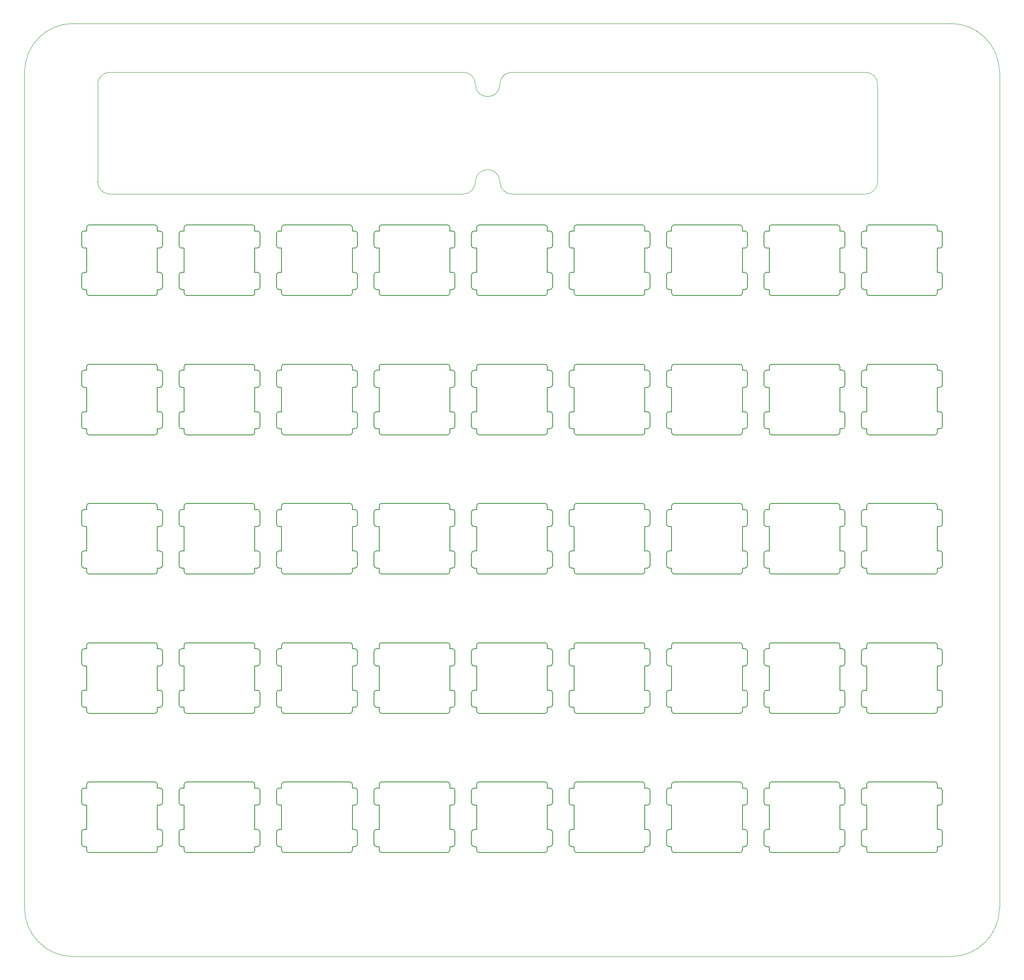
<source format=gbr>
G04 #@! TF.GenerationSoftware,KiCad,Pcbnew,(5.1.8)-1*
G04 #@! TF.CreationDate,2021-02-17T01:34:26+08:00*
G04 #@! TF.ProjectId,LubeStation,4c756265-5374-4617-9469-6f6e2e6b6963,rev?*
G04 #@! TF.SameCoordinates,Original*
G04 #@! TF.FileFunction,Profile,NP*
%FSLAX46Y46*%
G04 Gerber Fmt 4.6, Leading zero omitted, Abs format (unit mm)*
G04 Created by KiCad (PCBNEW (5.1.8)-1) date 2021-02-17 01:34:26*
%MOMM*%
%LPD*%
G01*
G04 APERTURE LIST*
G04 #@! TA.AperFunction,Profile*
%ADD10C,0.050000*%
G04 #@! TD*
G04 #@! TA.AperFunction,Profile*
%ADD11C,0.150000*%
G04 #@! TD*
G04 APERTURE END LIST*
D10*
X77500000Y36075000D02*
G75*
G02*
X80000000Y38575000I2500000J0D01*
G01*
X72500000Y36075000D02*
G75*
G03*
X77500000Y36075000I2500000J0D01*
G01*
X70000000Y38575000D02*
G75*
G02*
X72500000Y36075000I0J-2500000D01*
G01*
X-2500000Y38575000D02*
X70000000Y38575000D01*
X152500000Y38575000D02*
X80000000Y38575000D01*
X152500000Y13575000D02*
X80000000Y13575000D01*
X80000000Y13575000D02*
G75*
G02*
X77500000Y16075000I0J2500000D01*
G01*
X77500000Y16075000D02*
G75*
G03*
X72500000Y16075000I-2500000J0D01*
G01*
X72500000Y16075000D02*
G75*
G02*
X70000000Y13575000I-2500000J0D01*
G01*
X-20000000Y38575000D02*
G75*
G02*
X-10000000Y48575000I10000000J0D01*
G01*
X-10000000Y48575000D02*
X170000000Y48575000D01*
X155000000Y36075000D02*
X155000000Y16075000D01*
X155000000Y16075000D02*
G75*
G02*
X152500000Y13575000I-2500000J0D01*
G01*
X152500000Y38575000D02*
G75*
G02*
X155000000Y36075000I0J-2500000D01*
G01*
X-2500000Y13575000D02*
G75*
G02*
X-5000000Y16075000I0J2500000D01*
G01*
X-5000000Y36075000D02*
G75*
G02*
X-2500000Y38575000I2500000J0D01*
G01*
X-5000000Y36075000D02*
X-5000000Y16075000D01*
X-2500000Y13575000D02*
X70000000Y13575000D01*
X170000000Y-142875000D02*
X-10000000Y-142875000D01*
X180000000Y-132875000D02*
X180000000Y38575000D01*
X180000000Y-132875000D02*
G75*
G02*
X170000000Y-142875000I-10000000J0D01*
G01*
X170000000Y48575000D02*
G75*
G02*
X180000000Y38575000I0J-10000000D01*
G01*
X-10000000Y-142875000D02*
G75*
G02*
X-20000000Y-132875000I0J10000000D01*
G01*
X-20000000Y-132875000D02*
X-20000000Y38575000D01*
D11*
X7250000Y6000000D02*
X7250000Y6750000D01*
X-7250000Y2500000D02*
X-7250000Y-2500000D01*
X7250000Y2500000D02*
X7800000Y2500000D01*
X8300000Y3000000D02*
X8300000Y5500000D01*
X-7250000Y6000000D02*
X-7800000Y6000000D01*
X8300000Y-5500000D02*
X8300000Y-3000000D01*
X6750000Y7250000D02*
X-6750000Y7250000D01*
X-7250000Y6750000D02*
X-7250000Y6000000D01*
X-7250000Y-6000000D02*
X-7250000Y-6750000D01*
X7250000Y6000000D02*
X7800000Y6000000D01*
X7250000Y-6000000D02*
X7800000Y-6000000D01*
X-8300000Y5500000D02*
X-8300000Y3000000D01*
X7250000Y-2500000D02*
X7250000Y2500000D01*
X-7250000Y-2500000D02*
X-7800000Y-2500000D01*
X7250000Y-2500000D02*
X7800000Y-2500000D01*
X-7250000Y-6000000D02*
X-7800000Y-6000000D01*
X-6750000Y-7250000D02*
X6750000Y-7250000D01*
X-8300000Y-3000000D02*
X-8300000Y-5500000D01*
X7250000Y-6750000D02*
X7250000Y-6000000D01*
X-7250000Y2500000D02*
X-7800000Y2500000D01*
X7250000Y-6750000D02*
G75*
G02*
X6750000Y-7250000I-500000J0D01*
G01*
X7800000Y6000000D02*
G75*
G02*
X8300000Y5500000I0J-500000D01*
G01*
X8300000Y3000000D02*
G75*
G02*
X7800000Y2500000I-500000J0D01*
G01*
X-8300000Y-3000000D02*
G75*
G02*
X-7800000Y-2500000I500000J0D01*
G01*
X-7800000Y2500000D02*
G75*
G02*
X-8300000Y3000000I0J500000D01*
G01*
X-8300000Y5500000D02*
G75*
G02*
X-7800000Y6000000I500000J0D01*
G01*
X8300000Y-5500000D02*
G75*
G02*
X7800000Y-6000000I-500000J0D01*
G01*
X6750000Y7250000D02*
G75*
G02*
X7250000Y6750000I0J-500000D01*
G01*
X-7250000Y6750000D02*
G75*
G02*
X-6750000Y7250000I500000J0D01*
G01*
X-7800000Y-6000000D02*
G75*
G02*
X-8300000Y-5500000I0J500000D01*
G01*
X7800000Y-2500000D02*
G75*
G02*
X8300000Y-3000000I0J-500000D01*
G01*
X-6750000Y-7250000D02*
G75*
G02*
X-7250000Y-6750000I0J500000D01*
G01*
X47250000Y-108300000D02*
X47250000Y-107550000D01*
X32750000Y-111800000D02*
X32750000Y-116800000D01*
X47250000Y-111800000D02*
X47800000Y-111800000D01*
X48300000Y-111300000D02*
X48300000Y-108800000D01*
X32750000Y-108300000D02*
X32200000Y-108300000D01*
X48300000Y-119800000D02*
X48300000Y-117300000D01*
X46750000Y-107050000D02*
X33250000Y-107050000D01*
X32750000Y-107550000D02*
X32750000Y-108300000D01*
X32750000Y-120300000D02*
X32750000Y-121050000D01*
X47250000Y-108300000D02*
X47800000Y-108300000D01*
X47250000Y-120300000D02*
X47800000Y-120300000D01*
X31700000Y-108800000D02*
X31700000Y-111300000D01*
X47250000Y-116800000D02*
X47250000Y-111800000D01*
X32750000Y-116800000D02*
X32200000Y-116800000D01*
X47250000Y-116800000D02*
X47800000Y-116800000D01*
X32750000Y-120300000D02*
X32200000Y-120300000D01*
X33250000Y-121550000D02*
X46750000Y-121550000D01*
X31700000Y-117300000D02*
X31700000Y-119800000D01*
X47250000Y-121050000D02*
X47250000Y-120300000D01*
X32750000Y-111800000D02*
X32200000Y-111800000D01*
X47250000Y-121050000D02*
G75*
G02*
X46750000Y-121550000I-500000J0D01*
G01*
X47800000Y-108300000D02*
G75*
G02*
X48300000Y-108800000I0J-500000D01*
G01*
X48300000Y-111300000D02*
G75*
G02*
X47800000Y-111800000I-500000J0D01*
G01*
X31700000Y-117300000D02*
G75*
G02*
X32200000Y-116800000I500000J0D01*
G01*
X32200000Y-111800000D02*
G75*
G02*
X31700000Y-111300000I0J500000D01*
G01*
X31700000Y-108800000D02*
G75*
G02*
X32200000Y-108300000I500000J0D01*
G01*
X48300000Y-119800000D02*
G75*
G02*
X47800000Y-120300000I-500000J0D01*
G01*
X46750000Y-107050000D02*
G75*
G02*
X47250000Y-107550000I0J-500000D01*
G01*
X32750000Y-107550000D02*
G75*
G02*
X33250000Y-107050000I500000J0D01*
G01*
X32200000Y-120300000D02*
G75*
G02*
X31700000Y-119800000I0J500000D01*
G01*
X47800000Y-116800000D02*
G75*
G02*
X48300000Y-117300000I0J-500000D01*
G01*
X33250000Y-121550000D02*
G75*
G02*
X32750000Y-121050000I0J500000D01*
G01*
X27250000Y-108300000D02*
X27250000Y-107550000D01*
X12750000Y-111800000D02*
X12750000Y-116800000D01*
X27250000Y-111800000D02*
X27800000Y-111800000D01*
X28300000Y-111300000D02*
X28300000Y-108800000D01*
X12750000Y-108300000D02*
X12200000Y-108300000D01*
X28300000Y-119800000D02*
X28300000Y-117300000D01*
X26750000Y-107050000D02*
X13250000Y-107050000D01*
X12750000Y-107550000D02*
X12750000Y-108300000D01*
X12750000Y-120300000D02*
X12750000Y-121050000D01*
X27250000Y-108300000D02*
X27800000Y-108300000D01*
X27250000Y-120300000D02*
X27800000Y-120300000D01*
X11700000Y-108800000D02*
X11700000Y-111300000D01*
X27250000Y-116800000D02*
X27250000Y-111800000D01*
X12750000Y-116800000D02*
X12200000Y-116800000D01*
X27250000Y-116800000D02*
X27800000Y-116800000D01*
X12750000Y-120300000D02*
X12200000Y-120300000D01*
X13250000Y-121550000D02*
X26750000Y-121550000D01*
X11700000Y-117300000D02*
X11700000Y-119800000D01*
X27250000Y-121050000D02*
X27250000Y-120300000D01*
X12750000Y-111800000D02*
X12200000Y-111800000D01*
X27250000Y-121050000D02*
G75*
G02*
X26750000Y-121550000I-500000J0D01*
G01*
X27800000Y-108300000D02*
G75*
G02*
X28300000Y-108800000I0J-500000D01*
G01*
X28300000Y-111300000D02*
G75*
G02*
X27800000Y-111800000I-500000J0D01*
G01*
X11700000Y-117300000D02*
G75*
G02*
X12200000Y-116800000I500000J0D01*
G01*
X12200000Y-111800000D02*
G75*
G02*
X11700000Y-111300000I0J500000D01*
G01*
X11700000Y-108800000D02*
G75*
G02*
X12200000Y-108300000I500000J0D01*
G01*
X28300000Y-119800000D02*
G75*
G02*
X27800000Y-120300000I-500000J0D01*
G01*
X26750000Y-107050000D02*
G75*
G02*
X27250000Y-107550000I0J-500000D01*
G01*
X12750000Y-107550000D02*
G75*
G02*
X13250000Y-107050000I500000J0D01*
G01*
X12200000Y-120300000D02*
G75*
G02*
X11700000Y-119800000I0J500000D01*
G01*
X27800000Y-116800000D02*
G75*
G02*
X28300000Y-117300000I0J-500000D01*
G01*
X13250000Y-121550000D02*
G75*
G02*
X12750000Y-121050000I0J500000D01*
G01*
X167250000Y-108300000D02*
X167250000Y-107550000D01*
X152750000Y-111800000D02*
X152750000Y-116800000D01*
X167250000Y-111800000D02*
X167800000Y-111800000D01*
X168300000Y-111300000D02*
X168300000Y-108800000D01*
X152750000Y-108300000D02*
X152200000Y-108300000D01*
X168300000Y-119800000D02*
X168300000Y-117300000D01*
X166750000Y-107050000D02*
X153250000Y-107050000D01*
X152750000Y-107550000D02*
X152750000Y-108300000D01*
X152750000Y-120300000D02*
X152750000Y-121050000D01*
X167250000Y-108300000D02*
X167800000Y-108300000D01*
X167250000Y-120300000D02*
X167800000Y-120300000D01*
X151700000Y-108800000D02*
X151700000Y-111300000D01*
X167250000Y-116800000D02*
X167250000Y-111800000D01*
X152750000Y-116800000D02*
X152200000Y-116800000D01*
X167250000Y-116800000D02*
X167800000Y-116800000D01*
X152750000Y-120300000D02*
X152200000Y-120300000D01*
X153250000Y-121550000D02*
X166750000Y-121550000D01*
X151700000Y-117300000D02*
X151700000Y-119800000D01*
X167250000Y-121050000D02*
X167250000Y-120300000D01*
X152750000Y-111800000D02*
X152200000Y-111800000D01*
X167250000Y-121050000D02*
G75*
G02*
X166750000Y-121550000I-500000J0D01*
G01*
X167800000Y-108300000D02*
G75*
G02*
X168300000Y-108800000I0J-500000D01*
G01*
X168300000Y-111300000D02*
G75*
G02*
X167800000Y-111800000I-500000J0D01*
G01*
X151700000Y-117300000D02*
G75*
G02*
X152200000Y-116800000I500000J0D01*
G01*
X152200000Y-111800000D02*
G75*
G02*
X151700000Y-111300000I0J500000D01*
G01*
X151700000Y-108800000D02*
G75*
G02*
X152200000Y-108300000I500000J0D01*
G01*
X168300000Y-119800000D02*
G75*
G02*
X167800000Y-120300000I-500000J0D01*
G01*
X166750000Y-107050000D02*
G75*
G02*
X167250000Y-107550000I0J-500000D01*
G01*
X152750000Y-107550000D02*
G75*
G02*
X153250000Y-107050000I500000J0D01*
G01*
X152200000Y-120300000D02*
G75*
G02*
X151700000Y-119800000I0J500000D01*
G01*
X167800000Y-116800000D02*
G75*
G02*
X168300000Y-117300000I0J-500000D01*
G01*
X153250000Y-121550000D02*
G75*
G02*
X152750000Y-121050000I0J500000D01*
G01*
X127250000Y-108300000D02*
X127250000Y-107550000D01*
X112750000Y-111800000D02*
X112750000Y-116800000D01*
X127250000Y-111800000D02*
X127800000Y-111800000D01*
X128300000Y-111300000D02*
X128300000Y-108800000D01*
X112750000Y-108300000D02*
X112200000Y-108300000D01*
X128300000Y-119800000D02*
X128300000Y-117300000D01*
X126750000Y-107050000D02*
X113250000Y-107050000D01*
X112750000Y-107550000D02*
X112750000Y-108300000D01*
X112750000Y-120300000D02*
X112750000Y-121050000D01*
X127250000Y-108300000D02*
X127800000Y-108300000D01*
X127250000Y-120300000D02*
X127800000Y-120300000D01*
X111700000Y-108800000D02*
X111700000Y-111300000D01*
X127250000Y-116800000D02*
X127250000Y-111800000D01*
X112750000Y-116800000D02*
X112200000Y-116800000D01*
X127250000Y-116800000D02*
X127800000Y-116800000D01*
X112750000Y-120300000D02*
X112200000Y-120300000D01*
X113250000Y-121550000D02*
X126750000Y-121550000D01*
X111700000Y-117300000D02*
X111700000Y-119800000D01*
X127250000Y-121050000D02*
X127250000Y-120300000D01*
X112750000Y-111800000D02*
X112200000Y-111800000D01*
X127250000Y-121050000D02*
G75*
G02*
X126750000Y-121550000I-500000J0D01*
G01*
X127800000Y-108300000D02*
G75*
G02*
X128300000Y-108800000I0J-500000D01*
G01*
X128300000Y-111300000D02*
G75*
G02*
X127800000Y-111800000I-500000J0D01*
G01*
X111700000Y-117300000D02*
G75*
G02*
X112200000Y-116800000I500000J0D01*
G01*
X112200000Y-111800000D02*
G75*
G02*
X111700000Y-111300000I0J500000D01*
G01*
X111700000Y-108800000D02*
G75*
G02*
X112200000Y-108300000I500000J0D01*
G01*
X128300000Y-119800000D02*
G75*
G02*
X127800000Y-120300000I-500000J0D01*
G01*
X126750000Y-107050000D02*
G75*
G02*
X127250000Y-107550000I0J-500000D01*
G01*
X112750000Y-107550000D02*
G75*
G02*
X113250000Y-107050000I500000J0D01*
G01*
X112200000Y-120300000D02*
G75*
G02*
X111700000Y-119800000I0J500000D01*
G01*
X127800000Y-116800000D02*
G75*
G02*
X128300000Y-117300000I0J-500000D01*
G01*
X113250000Y-121550000D02*
G75*
G02*
X112750000Y-121050000I0J500000D01*
G01*
X67250000Y-108300000D02*
X67250000Y-107550000D01*
X52750000Y-111800000D02*
X52750000Y-116800000D01*
X67250000Y-111800000D02*
X67800000Y-111800000D01*
X68300000Y-111300000D02*
X68300000Y-108800000D01*
X52750000Y-108300000D02*
X52200000Y-108300000D01*
X68300000Y-119800000D02*
X68300000Y-117300000D01*
X66750000Y-107050000D02*
X53250000Y-107050000D01*
X52750000Y-107550000D02*
X52750000Y-108300000D01*
X52750000Y-120300000D02*
X52750000Y-121050000D01*
X67250000Y-108300000D02*
X67800000Y-108300000D01*
X67250000Y-120300000D02*
X67800000Y-120300000D01*
X51700000Y-108800000D02*
X51700000Y-111300000D01*
X67250000Y-116800000D02*
X67250000Y-111800000D01*
X52750000Y-116800000D02*
X52200000Y-116800000D01*
X67250000Y-116800000D02*
X67800000Y-116800000D01*
X52750000Y-120300000D02*
X52200000Y-120300000D01*
X53250000Y-121550000D02*
X66750000Y-121550000D01*
X51700000Y-117300000D02*
X51700000Y-119800000D01*
X67250000Y-121050000D02*
X67250000Y-120300000D01*
X52750000Y-111800000D02*
X52200000Y-111800000D01*
X67250000Y-121050000D02*
G75*
G02*
X66750000Y-121550000I-500000J0D01*
G01*
X67800000Y-108300000D02*
G75*
G02*
X68300000Y-108800000I0J-500000D01*
G01*
X68300000Y-111300000D02*
G75*
G02*
X67800000Y-111800000I-500000J0D01*
G01*
X51700000Y-117300000D02*
G75*
G02*
X52200000Y-116800000I500000J0D01*
G01*
X52200000Y-111800000D02*
G75*
G02*
X51700000Y-111300000I0J500000D01*
G01*
X51700000Y-108800000D02*
G75*
G02*
X52200000Y-108300000I500000J0D01*
G01*
X68300000Y-119800000D02*
G75*
G02*
X67800000Y-120300000I-500000J0D01*
G01*
X66750000Y-107050000D02*
G75*
G02*
X67250000Y-107550000I0J-500000D01*
G01*
X52750000Y-107550000D02*
G75*
G02*
X53250000Y-107050000I500000J0D01*
G01*
X52200000Y-120300000D02*
G75*
G02*
X51700000Y-119800000I0J500000D01*
G01*
X67800000Y-116800000D02*
G75*
G02*
X68300000Y-117300000I0J-500000D01*
G01*
X53250000Y-121550000D02*
G75*
G02*
X52750000Y-121050000I0J500000D01*
G01*
X87250000Y-108300000D02*
X87250000Y-107550000D01*
X72750000Y-111800000D02*
X72750000Y-116800000D01*
X87250000Y-111800000D02*
X87800000Y-111800000D01*
X88300000Y-111300000D02*
X88300000Y-108800000D01*
X72750000Y-108300000D02*
X72200000Y-108300000D01*
X88300000Y-119800000D02*
X88300000Y-117300000D01*
X86750000Y-107050000D02*
X73250000Y-107050000D01*
X72750000Y-107550000D02*
X72750000Y-108300000D01*
X72750000Y-120300000D02*
X72750000Y-121050000D01*
X87250000Y-108300000D02*
X87800000Y-108300000D01*
X87250000Y-120300000D02*
X87800000Y-120300000D01*
X71700000Y-108800000D02*
X71700000Y-111300000D01*
X87250000Y-116800000D02*
X87250000Y-111800000D01*
X72750000Y-116800000D02*
X72200000Y-116800000D01*
X87250000Y-116800000D02*
X87800000Y-116800000D01*
X72750000Y-120300000D02*
X72200000Y-120300000D01*
X73250000Y-121550000D02*
X86750000Y-121550000D01*
X71700000Y-117300000D02*
X71700000Y-119800000D01*
X87250000Y-121050000D02*
X87250000Y-120300000D01*
X72750000Y-111800000D02*
X72200000Y-111800000D01*
X87250000Y-121050000D02*
G75*
G02*
X86750000Y-121550000I-500000J0D01*
G01*
X87800000Y-108300000D02*
G75*
G02*
X88300000Y-108800000I0J-500000D01*
G01*
X88300000Y-111300000D02*
G75*
G02*
X87800000Y-111800000I-500000J0D01*
G01*
X71700000Y-117300000D02*
G75*
G02*
X72200000Y-116800000I500000J0D01*
G01*
X72200000Y-111800000D02*
G75*
G02*
X71700000Y-111300000I0J500000D01*
G01*
X71700000Y-108800000D02*
G75*
G02*
X72200000Y-108300000I500000J0D01*
G01*
X88300000Y-119800000D02*
G75*
G02*
X87800000Y-120300000I-500000J0D01*
G01*
X86750000Y-107050000D02*
G75*
G02*
X87250000Y-107550000I0J-500000D01*
G01*
X72750000Y-107550000D02*
G75*
G02*
X73250000Y-107050000I500000J0D01*
G01*
X72200000Y-120300000D02*
G75*
G02*
X71700000Y-119800000I0J500000D01*
G01*
X87800000Y-116800000D02*
G75*
G02*
X88300000Y-117300000I0J-500000D01*
G01*
X73250000Y-121550000D02*
G75*
G02*
X72750000Y-121050000I0J500000D01*
G01*
X7250000Y-108300000D02*
X7250000Y-107550000D01*
X-7250000Y-111800000D02*
X-7250000Y-116800000D01*
X7250000Y-111800000D02*
X7800000Y-111800000D01*
X8300000Y-111300000D02*
X8300000Y-108800000D01*
X-7250000Y-108300000D02*
X-7800000Y-108300000D01*
X8300000Y-119800000D02*
X8300000Y-117300000D01*
X6750000Y-107050000D02*
X-6750000Y-107050000D01*
X-7250000Y-107550000D02*
X-7250000Y-108300000D01*
X-7250000Y-120300000D02*
X-7250000Y-121050000D01*
X7250000Y-108300000D02*
X7800000Y-108300000D01*
X7250000Y-120300000D02*
X7800000Y-120300000D01*
X-8300000Y-108800000D02*
X-8300000Y-111300000D01*
X7250000Y-116800000D02*
X7250000Y-111800000D01*
X-7250000Y-116800000D02*
X-7800000Y-116800000D01*
X7250000Y-116800000D02*
X7800000Y-116800000D01*
X-7250000Y-120300000D02*
X-7800000Y-120300000D01*
X-6750000Y-121550000D02*
X6750000Y-121550000D01*
X-8300000Y-117300000D02*
X-8300000Y-119800000D01*
X7250000Y-121050000D02*
X7250000Y-120300000D01*
X-7250000Y-111800000D02*
X-7800000Y-111800000D01*
X7250000Y-121050000D02*
G75*
G02*
X6750000Y-121550000I-500000J0D01*
G01*
X7800000Y-108300000D02*
G75*
G02*
X8300000Y-108800000I0J-500000D01*
G01*
X8300000Y-111300000D02*
G75*
G02*
X7800000Y-111800000I-500000J0D01*
G01*
X-8300000Y-117300000D02*
G75*
G02*
X-7800000Y-116800000I500000J0D01*
G01*
X-7800000Y-111800000D02*
G75*
G02*
X-8300000Y-111300000I0J500000D01*
G01*
X-8300000Y-108800000D02*
G75*
G02*
X-7800000Y-108300000I500000J0D01*
G01*
X8300000Y-119800000D02*
G75*
G02*
X7800000Y-120300000I-500000J0D01*
G01*
X6750000Y-107050000D02*
G75*
G02*
X7250000Y-107550000I0J-500000D01*
G01*
X-7250000Y-107550000D02*
G75*
G02*
X-6750000Y-107050000I500000J0D01*
G01*
X-7800000Y-120300000D02*
G75*
G02*
X-8300000Y-119800000I0J500000D01*
G01*
X7800000Y-116800000D02*
G75*
G02*
X8300000Y-117300000I0J-500000D01*
G01*
X-6750000Y-121550000D02*
G75*
G02*
X-7250000Y-121050000I0J500000D01*
G01*
X107250000Y-108300000D02*
X107250000Y-107550000D01*
X92750000Y-111800000D02*
X92750000Y-116800000D01*
X107250000Y-111800000D02*
X107800000Y-111800000D01*
X108300000Y-111300000D02*
X108300000Y-108800000D01*
X92750000Y-108300000D02*
X92200000Y-108300000D01*
X108300000Y-119800000D02*
X108300000Y-117300000D01*
X106750000Y-107050000D02*
X93250000Y-107050000D01*
X92750000Y-107550000D02*
X92750000Y-108300000D01*
X92750000Y-120300000D02*
X92750000Y-121050000D01*
X107250000Y-108300000D02*
X107800000Y-108300000D01*
X107250000Y-120300000D02*
X107800000Y-120300000D01*
X91700000Y-108800000D02*
X91700000Y-111300000D01*
X107250000Y-116800000D02*
X107250000Y-111800000D01*
X92750000Y-116800000D02*
X92200000Y-116800000D01*
X107250000Y-116800000D02*
X107800000Y-116800000D01*
X92750000Y-120300000D02*
X92200000Y-120300000D01*
X93250000Y-121550000D02*
X106750000Y-121550000D01*
X91700000Y-117300000D02*
X91700000Y-119800000D01*
X107250000Y-121050000D02*
X107250000Y-120300000D01*
X92750000Y-111800000D02*
X92200000Y-111800000D01*
X107250000Y-121050000D02*
G75*
G02*
X106750000Y-121550000I-500000J0D01*
G01*
X107800000Y-108300000D02*
G75*
G02*
X108300000Y-108800000I0J-500000D01*
G01*
X108300000Y-111300000D02*
G75*
G02*
X107800000Y-111800000I-500000J0D01*
G01*
X91700000Y-117300000D02*
G75*
G02*
X92200000Y-116800000I500000J0D01*
G01*
X92200000Y-111800000D02*
G75*
G02*
X91700000Y-111300000I0J500000D01*
G01*
X91700000Y-108800000D02*
G75*
G02*
X92200000Y-108300000I500000J0D01*
G01*
X108300000Y-119800000D02*
G75*
G02*
X107800000Y-120300000I-500000J0D01*
G01*
X106750000Y-107050000D02*
G75*
G02*
X107250000Y-107550000I0J-500000D01*
G01*
X92750000Y-107550000D02*
G75*
G02*
X93250000Y-107050000I500000J0D01*
G01*
X92200000Y-120300000D02*
G75*
G02*
X91700000Y-119800000I0J500000D01*
G01*
X107800000Y-116800000D02*
G75*
G02*
X108300000Y-117300000I0J-500000D01*
G01*
X93250000Y-121550000D02*
G75*
G02*
X92750000Y-121050000I0J500000D01*
G01*
X147250000Y-108300000D02*
X147250000Y-107550000D01*
X132750000Y-111800000D02*
X132750000Y-116800000D01*
X147250000Y-111800000D02*
X147800000Y-111800000D01*
X148300000Y-111300000D02*
X148300000Y-108800000D01*
X132750000Y-108300000D02*
X132200000Y-108300000D01*
X148300000Y-119800000D02*
X148300000Y-117300000D01*
X146750000Y-107050000D02*
X133250000Y-107050000D01*
X132750000Y-107550000D02*
X132750000Y-108300000D01*
X132750000Y-120300000D02*
X132750000Y-121050000D01*
X147250000Y-108300000D02*
X147800000Y-108300000D01*
X147250000Y-120300000D02*
X147800000Y-120300000D01*
X131700000Y-108800000D02*
X131700000Y-111300000D01*
X147250000Y-116800000D02*
X147250000Y-111800000D01*
X132750000Y-116800000D02*
X132200000Y-116800000D01*
X147250000Y-116800000D02*
X147800000Y-116800000D01*
X132750000Y-120300000D02*
X132200000Y-120300000D01*
X133250000Y-121550000D02*
X146750000Y-121550000D01*
X131700000Y-117300000D02*
X131700000Y-119800000D01*
X147250000Y-121050000D02*
X147250000Y-120300000D01*
X132750000Y-111800000D02*
X132200000Y-111800000D01*
X147250000Y-121050000D02*
G75*
G02*
X146750000Y-121550000I-500000J0D01*
G01*
X147800000Y-108300000D02*
G75*
G02*
X148300000Y-108800000I0J-500000D01*
G01*
X148300000Y-111300000D02*
G75*
G02*
X147800000Y-111800000I-500000J0D01*
G01*
X131700000Y-117300000D02*
G75*
G02*
X132200000Y-116800000I500000J0D01*
G01*
X132200000Y-111800000D02*
G75*
G02*
X131700000Y-111300000I0J500000D01*
G01*
X131700000Y-108800000D02*
G75*
G02*
X132200000Y-108300000I500000J0D01*
G01*
X148300000Y-119800000D02*
G75*
G02*
X147800000Y-120300000I-500000J0D01*
G01*
X146750000Y-107050000D02*
G75*
G02*
X147250000Y-107550000I0J-500000D01*
G01*
X132750000Y-107550000D02*
G75*
G02*
X133250000Y-107050000I500000J0D01*
G01*
X132200000Y-120300000D02*
G75*
G02*
X131700000Y-119800000I0J500000D01*
G01*
X147800000Y-116800000D02*
G75*
G02*
X148300000Y-117300000I0J-500000D01*
G01*
X133250000Y-121550000D02*
G75*
G02*
X132750000Y-121050000I0J500000D01*
G01*
X47250000Y-79725000D02*
X47250000Y-78975000D01*
X32750000Y-83225000D02*
X32750000Y-88225000D01*
X47250000Y-83225000D02*
X47800000Y-83225000D01*
X48300000Y-82725000D02*
X48300000Y-80225000D01*
X32750000Y-79725000D02*
X32200000Y-79725000D01*
X48300000Y-91225000D02*
X48300000Y-88725000D01*
X46750000Y-78475000D02*
X33250000Y-78475000D01*
X32750000Y-78975000D02*
X32750000Y-79725000D01*
X32750000Y-91725000D02*
X32750000Y-92475000D01*
X47250000Y-79725000D02*
X47800000Y-79725000D01*
X47250000Y-91725000D02*
X47800000Y-91725000D01*
X31700000Y-80225000D02*
X31700000Y-82725000D01*
X47250000Y-88225000D02*
X47250000Y-83225000D01*
X32750000Y-88225000D02*
X32200000Y-88225000D01*
X47250000Y-88225000D02*
X47800000Y-88225000D01*
X32750000Y-91725000D02*
X32200000Y-91725000D01*
X33250000Y-92975000D02*
X46750000Y-92975000D01*
X31700000Y-88725000D02*
X31700000Y-91225000D01*
X47250000Y-92475000D02*
X47250000Y-91725000D01*
X32750000Y-83225000D02*
X32200000Y-83225000D01*
X47250000Y-92475000D02*
G75*
G02*
X46750000Y-92975000I-500000J0D01*
G01*
X47800000Y-79725000D02*
G75*
G02*
X48300000Y-80225000I0J-500000D01*
G01*
X48300000Y-82725000D02*
G75*
G02*
X47800000Y-83225000I-500000J0D01*
G01*
X31700000Y-88725000D02*
G75*
G02*
X32200000Y-88225000I500000J0D01*
G01*
X32200000Y-83225000D02*
G75*
G02*
X31700000Y-82725000I0J500000D01*
G01*
X31700000Y-80225000D02*
G75*
G02*
X32200000Y-79725000I500000J0D01*
G01*
X48300000Y-91225000D02*
G75*
G02*
X47800000Y-91725000I-500000J0D01*
G01*
X46750000Y-78475000D02*
G75*
G02*
X47250000Y-78975000I0J-500000D01*
G01*
X32750000Y-78975000D02*
G75*
G02*
X33250000Y-78475000I500000J0D01*
G01*
X32200000Y-91725000D02*
G75*
G02*
X31700000Y-91225000I0J500000D01*
G01*
X47800000Y-88225000D02*
G75*
G02*
X48300000Y-88725000I0J-500000D01*
G01*
X33250000Y-92975000D02*
G75*
G02*
X32750000Y-92475000I0J500000D01*
G01*
X27250000Y-79725000D02*
X27250000Y-78975000D01*
X12750000Y-83225000D02*
X12750000Y-88225000D01*
X27250000Y-83225000D02*
X27800000Y-83225000D01*
X28300000Y-82725000D02*
X28300000Y-80225000D01*
X12750000Y-79725000D02*
X12200000Y-79725000D01*
X28300000Y-91225000D02*
X28300000Y-88725000D01*
X26750000Y-78475000D02*
X13250000Y-78475000D01*
X12750000Y-78975000D02*
X12750000Y-79725000D01*
X12750000Y-91725000D02*
X12750000Y-92475000D01*
X27250000Y-79725000D02*
X27800000Y-79725000D01*
X27250000Y-91725000D02*
X27800000Y-91725000D01*
X11700000Y-80225000D02*
X11700000Y-82725000D01*
X27250000Y-88225000D02*
X27250000Y-83225000D01*
X12750000Y-88225000D02*
X12200000Y-88225000D01*
X27250000Y-88225000D02*
X27800000Y-88225000D01*
X12750000Y-91725000D02*
X12200000Y-91725000D01*
X13250000Y-92975000D02*
X26750000Y-92975000D01*
X11700000Y-88725000D02*
X11700000Y-91225000D01*
X27250000Y-92475000D02*
X27250000Y-91725000D01*
X12750000Y-83225000D02*
X12200000Y-83225000D01*
X27250000Y-92475000D02*
G75*
G02*
X26750000Y-92975000I-500000J0D01*
G01*
X27800000Y-79725000D02*
G75*
G02*
X28300000Y-80225000I0J-500000D01*
G01*
X28300000Y-82725000D02*
G75*
G02*
X27800000Y-83225000I-500000J0D01*
G01*
X11700000Y-88725000D02*
G75*
G02*
X12200000Y-88225000I500000J0D01*
G01*
X12200000Y-83225000D02*
G75*
G02*
X11700000Y-82725000I0J500000D01*
G01*
X11700000Y-80225000D02*
G75*
G02*
X12200000Y-79725000I500000J0D01*
G01*
X28300000Y-91225000D02*
G75*
G02*
X27800000Y-91725000I-500000J0D01*
G01*
X26750000Y-78475000D02*
G75*
G02*
X27250000Y-78975000I0J-500000D01*
G01*
X12750000Y-78975000D02*
G75*
G02*
X13250000Y-78475000I500000J0D01*
G01*
X12200000Y-91725000D02*
G75*
G02*
X11700000Y-91225000I0J500000D01*
G01*
X27800000Y-88225000D02*
G75*
G02*
X28300000Y-88725000I0J-500000D01*
G01*
X13250000Y-92975000D02*
G75*
G02*
X12750000Y-92475000I0J500000D01*
G01*
X167250000Y-79725000D02*
X167250000Y-78975000D01*
X152750000Y-83225000D02*
X152750000Y-88225000D01*
X167250000Y-83225000D02*
X167800000Y-83225000D01*
X168300000Y-82725000D02*
X168300000Y-80225000D01*
X152750000Y-79725000D02*
X152200000Y-79725000D01*
X168300000Y-91225000D02*
X168300000Y-88725000D01*
X166750000Y-78475000D02*
X153250000Y-78475000D01*
X152750000Y-78975000D02*
X152750000Y-79725000D01*
X152750000Y-91725000D02*
X152750000Y-92475000D01*
X167250000Y-79725000D02*
X167800000Y-79725000D01*
X167250000Y-91725000D02*
X167800000Y-91725000D01*
X151700000Y-80225000D02*
X151700000Y-82725000D01*
X167250000Y-88225000D02*
X167250000Y-83225000D01*
X152750000Y-88225000D02*
X152200000Y-88225000D01*
X167250000Y-88225000D02*
X167800000Y-88225000D01*
X152750000Y-91725000D02*
X152200000Y-91725000D01*
X153250000Y-92975000D02*
X166750000Y-92975000D01*
X151700000Y-88725000D02*
X151700000Y-91225000D01*
X167250000Y-92475000D02*
X167250000Y-91725000D01*
X152750000Y-83225000D02*
X152200000Y-83225000D01*
X167250000Y-92475000D02*
G75*
G02*
X166750000Y-92975000I-500000J0D01*
G01*
X167800000Y-79725000D02*
G75*
G02*
X168300000Y-80225000I0J-500000D01*
G01*
X168300000Y-82725000D02*
G75*
G02*
X167800000Y-83225000I-500000J0D01*
G01*
X151700000Y-88725000D02*
G75*
G02*
X152200000Y-88225000I500000J0D01*
G01*
X152200000Y-83225000D02*
G75*
G02*
X151700000Y-82725000I0J500000D01*
G01*
X151700000Y-80225000D02*
G75*
G02*
X152200000Y-79725000I500000J0D01*
G01*
X168300000Y-91225000D02*
G75*
G02*
X167800000Y-91725000I-500000J0D01*
G01*
X166750000Y-78475000D02*
G75*
G02*
X167250000Y-78975000I0J-500000D01*
G01*
X152750000Y-78975000D02*
G75*
G02*
X153250000Y-78475000I500000J0D01*
G01*
X152200000Y-91725000D02*
G75*
G02*
X151700000Y-91225000I0J500000D01*
G01*
X167800000Y-88225000D02*
G75*
G02*
X168300000Y-88725000I0J-500000D01*
G01*
X153250000Y-92975000D02*
G75*
G02*
X152750000Y-92475000I0J500000D01*
G01*
X127250000Y-79725000D02*
X127250000Y-78975000D01*
X112750000Y-83225000D02*
X112750000Y-88225000D01*
X127250000Y-83225000D02*
X127800000Y-83225000D01*
X128300000Y-82725000D02*
X128300000Y-80225000D01*
X112750000Y-79725000D02*
X112200000Y-79725000D01*
X128300000Y-91225000D02*
X128300000Y-88725000D01*
X126750000Y-78475000D02*
X113250000Y-78475000D01*
X112750000Y-78975000D02*
X112750000Y-79725000D01*
X112750000Y-91725000D02*
X112750000Y-92475000D01*
X127250000Y-79725000D02*
X127800000Y-79725000D01*
X127250000Y-91725000D02*
X127800000Y-91725000D01*
X111700000Y-80225000D02*
X111700000Y-82725000D01*
X127250000Y-88225000D02*
X127250000Y-83225000D01*
X112750000Y-88225000D02*
X112200000Y-88225000D01*
X127250000Y-88225000D02*
X127800000Y-88225000D01*
X112750000Y-91725000D02*
X112200000Y-91725000D01*
X113250000Y-92975000D02*
X126750000Y-92975000D01*
X111700000Y-88725000D02*
X111700000Y-91225000D01*
X127250000Y-92475000D02*
X127250000Y-91725000D01*
X112750000Y-83225000D02*
X112200000Y-83225000D01*
X127250000Y-92475000D02*
G75*
G02*
X126750000Y-92975000I-500000J0D01*
G01*
X127800000Y-79725000D02*
G75*
G02*
X128300000Y-80225000I0J-500000D01*
G01*
X128300000Y-82725000D02*
G75*
G02*
X127800000Y-83225000I-500000J0D01*
G01*
X111700000Y-88725000D02*
G75*
G02*
X112200000Y-88225000I500000J0D01*
G01*
X112200000Y-83225000D02*
G75*
G02*
X111700000Y-82725000I0J500000D01*
G01*
X111700000Y-80225000D02*
G75*
G02*
X112200000Y-79725000I500000J0D01*
G01*
X128300000Y-91225000D02*
G75*
G02*
X127800000Y-91725000I-500000J0D01*
G01*
X126750000Y-78475000D02*
G75*
G02*
X127250000Y-78975000I0J-500000D01*
G01*
X112750000Y-78975000D02*
G75*
G02*
X113250000Y-78475000I500000J0D01*
G01*
X112200000Y-91725000D02*
G75*
G02*
X111700000Y-91225000I0J500000D01*
G01*
X127800000Y-88225000D02*
G75*
G02*
X128300000Y-88725000I0J-500000D01*
G01*
X113250000Y-92975000D02*
G75*
G02*
X112750000Y-92475000I0J500000D01*
G01*
X67250000Y-79725000D02*
X67250000Y-78975000D01*
X52750000Y-83225000D02*
X52750000Y-88225000D01*
X67250000Y-83225000D02*
X67800000Y-83225000D01*
X68300000Y-82725000D02*
X68300000Y-80225000D01*
X52750000Y-79725000D02*
X52200000Y-79725000D01*
X68300000Y-91225000D02*
X68300000Y-88725000D01*
X66750000Y-78475000D02*
X53250000Y-78475000D01*
X52750000Y-78975000D02*
X52750000Y-79725000D01*
X52750000Y-91725000D02*
X52750000Y-92475000D01*
X67250000Y-79725000D02*
X67800000Y-79725000D01*
X67250000Y-91725000D02*
X67800000Y-91725000D01*
X51700000Y-80225000D02*
X51700000Y-82725000D01*
X67250000Y-88225000D02*
X67250000Y-83225000D01*
X52750000Y-88225000D02*
X52200000Y-88225000D01*
X67250000Y-88225000D02*
X67800000Y-88225000D01*
X52750000Y-91725000D02*
X52200000Y-91725000D01*
X53250000Y-92975000D02*
X66750000Y-92975000D01*
X51700000Y-88725000D02*
X51700000Y-91225000D01*
X67250000Y-92475000D02*
X67250000Y-91725000D01*
X52750000Y-83225000D02*
X52200000Y-83225000D01*
X67250000Y-92475000D02*
G75*
G02*
X66750000Y-92975000I-500000J0D01*
G01*
X67800000Y-79725000D02*
G75*
G02*
X68300000Y-80225000I0J-500000D01*
G01*
X68300000Y-82725000D02*
G75*
G02*
X67800000Y-83225000I-500000J0D01*
G01*
X51700000Y-88725000D02*
G75*
G02*
X52200000Y-88225000I500000J0D01*
G01*
X52200000Y-83225000D02*
G75*
G02*
X51700000Y-82725000I0J500000D01*
G01*
X51700000Y-80225000D02*
G75*
G02*
X52200000Y-79725000I500000J0D01*
G01*
X68300000Y-91225000D02*
G75*
G02*
X67800000Y-91725000I-500000J0D01*
G01*
X66750000Y-78475000D02*
G75*
G02*
X67250000Y-78975000I0J-500000D01*
G01*
X52750000Y-78975000D02*
G75*
G02*
X53250000Y-78475000I500000J0D01*
G01*
X52200000Y-91725000D02*
G75*
G02*
X51700000Y-91225000I0J500000D01*
G01*
X67800000Y-88225000D02*
G75*
G02*
X68300000Y-88725000I0J-500000D01*
G01*
X53250000Y-92975000D02*
G75*
G02*
X52750000Y-92475000I0J500000D01*
G01*
X87250000Y-79725000D02*
X87250000Y-78975000D01*
X72750000Y-83225000D02*
X72750000Y-88225000D01*
X87250000Y-83225000D02*
X87800000Y-83225000D01*
X88300000Y-82725000D02*
X88300000Y-80225000D01*
X72750000Y-79725000D02*
X72200000Y-79725000D01*
X88300000Y-91225000D02*
X88300000Y-88725000D01*
X86750000Y-78475000D02*
X73250000Y-78475000D01*
X72750000Y-78975000D02*
X72750000Y-79725000D01*
X72750000Y-91725000D02*
X72750000Y-92475000D01*
X87250000Y-79725000D02*
X87800000Y-79725000D01*
X87250000Y-91725000D02*
X87800000Y-91725000D01*
X71700000Y-80225000D02*
X71700000Y-82725000D01*
X87250000Y-88225000D02*
X87250000Y-83225000D01*
X72750000Y-88225000D02*
X72200000Y-88225000D01*
X87250000Y-88225000D02*
X87800000Y-88225000D01*
X72750000Y-91725000D02*
X72200000Y-91725000D01*
X73250000Y-92975000D02*
X86750000Y-92975000D01*
X71700000Y-88725000D02*
X71700000Y-91225000D01*
X87250000Y-92475000D02*
X87250000Y-91725000D01*
X72750000Y-83225000D02*
X72200000Y-83225000D01*
X87250000Y-92475000D02*
G75*
G02*
X86750000Y-92975000I-500000J0D01*
G01*
X87800000Y-79725000D02*
G75*
G02*
X88300000Y-80225000I0J-500000D01*
G01*
X88300000Y-82725000D02*
G75*
G02*
X87800000Y-83225000I-500000J0D01*
G01*
X71700000Y-88725000D02*
G75*
G02*
X72200000Y-88225000I500000J0D01*
G01*
X72200000Y-83225000D02*
G75*
G02*
X71700000Y-82725000I0J500000D01*
G01*
X71700000Y-80225000D02*
G75*
G02*
X72200000Y-79725000I500000J0D01*
G01*
X88300000Y-91225000D02*
G75*
G02*
X87800000Y-91725000I-500000J0D01*
G01*
X86750000Y-78475000D02*
G75*
G02*
X87250000Y-78975000I0J-500000D01*
G01*
X72750000Y-78975000D02*
G75*
G02*
X73250000Y-78475000I500000J0D01*
G01*
X72200000Y-91725000D02*
G75*
G02*
X71700000Y-91225000I0J500000D01*
G01*
X87800000Y-88225000D02*
G75*
G02*
X88300000Y-88725000I0J-500000D01*
G01*
X73250000Y-92975000D02*
G75*
G02*
X72750000Y-92475000I0J500000D01*
G01*
X7250000Y-79725000D02*
X7250000Y-78975000D01*
X-7250000Y-83225000D02*
X-7250000Y-88225000D01*
X7250000Y-83225000D02*
X7800000Y-83225000D01*
X8300000Y-82725000D02*
X8300000Y-80225000D01*
X-7250000Y-79725000D02*
X-7800000Y-79725000D01*
X8300000Y-91225000D02*
X8300000Y-88725000D01*
X6750000Y-78475000D02*
X-6750000Y-78475000D01*
X-7250000Y-78975000D02*
X-7250000Y-79725000D01*
X-7250000Y-91725000D02*
X-7250000Y-92475000D01*
X7250000Y-79725000D02*
X7800000Y-79725000D01*
X7250000Y-91725000D02*
X7800000Y-91725000D01*
X-8300000Y-80225000D02*
X-8300000Y-82725000D01*
X7250000Y-88225000D02*
X7250000Y-83225000D01*
X-7250000Y-88225000D02*
X-7800000Y-88225000D01*
X7250000Y-88225000D02*
X7800000Y-88225000D01*
X-7250000Y-91725000D02*
X-7800000Y-91725000D01*
X-6750000Y-92975000D02*
X6750000Y-92975000D01*
X-8300000Y-88725000D02*
X-8300000Y-91225000D01*
X7250000Y-92475000D02*
X7250000Y-91725000D01*
X-7250000Y-83225000D02*
X-7800000Y-83225000D01*
X7250000Y-92475000D02*
G75*
G02*
X6750000Y-92975000I-500000J0D01*
G01*
X7800000Y-79725000D02*
G75*
G02*
X8300000Y-80225000I0J-500000D01*
G01*
X8300000Y-82725000D02*
G75*
G02*
X7800000Y-83225000I-500000J0D01*
G01*
X-8300000Y-88725000D02*
G75*
G02*
X-7800000Y-88225000I500000J0D01*
G01*
X-7800000Y-83225000D02*
G75*
G02*
X-8300000Y-82725000I0J500000D01*
G01*
X-8300000Y-80225000D02*
G75*
G02*
X-7800000Y-79725000I500000J0D01*
G01*
X8300000Y-91225000D02*
G75*
G02*
X7800000Y-91725000I-500000J0D01*
G01*
X6750000Y-78475000D02*
G75*
G02*
X7250000Y-78975000I0J-500000D01*
G01*
X-7250000Y-78975000D02*
G75*
G02*
X-6750000Y-78475000I500000J0D01*
G01*
X-7800000Y-91725000D02*
G75*
G02*
X-8300000Y-91225000I0J500000D01*
G01*
X7800000Y-88225000D02*
G75*
G02*
X8300000Y-88725000I0J-500000D01*
G01*
X-6750000Y-92975000D02*
G75*
G02*
X-7250000Y-92475000I0J500000D01*
G01*
X107250000Y-79725000D02*
X107250000Y-78975000D01*
X92750000Y-83225000D02*
X92750000Y-88225000D01*
X107250000Y-83225000D02*
X107800000Y-83225000D01*
X108300000Y-82725000D02*
X108300000Y-80225000D01*
X92750000Y-79725000D02*
X92200000Y-79725000D01*
X108300000Y-91225000D02*
X108300000Y-88725000D01*
X106750000Y-78475000D02*
X93250000Y-78475000D01*
X92750000Y-78975000D02*
X92750000Y-79725000D01*
X92750000Y-91725000D02*
X92750000Y-92475000D01*
X107250000Y-79725000D02*
X107800000Y-79725000D01*
X107250000Y-91725000D02*
X107800000Y-91725000D01*
X91700000Y-80225000D02*
X91700000Y-82725000D01*
X107250000Y-88225000D02*
X107250000Y-83225000D01*
X92750000Y-88225000D02*
X92200000Y-88225000D01*
X107250000Y-88225000D02*
X107800000Y-88225000D01*
X92750000Y-91725000D02*
X92200000Y-91725000D01*
X93250000Y-92975000D02*
X106750000Y-92975000D01*
X91700000Y-88725000D02*
X91700000Y-91225000D01*
X107250000Y-92475000D02*
X107250000Y-91725000D01*
X92750000Y-83225000D02*
X92200000Y-83225000D01*
X107250000Y-92475000D02*
G75*
G02*
X106750000Y-92975000I-500000J0D01*
G01*
X107800000Y-79725000D02*
G75*
G02*
X108300000Y-80225000I0J-500000D01*
G01*
X108300000Y-82725000D02*
G75*
G02*
X107800000Y-83225000I-500000J0D01*
G01*
X91700000Y-88725000D02*
G75*
G02*
X92200000Y-88225000I500000J0D01*
G01*
X92200000Y-83225000D02*
G75*
G02*
X91700000Y-82725000I0J500000D01*
G01*
X91700000Y-80225000D02*
G75*
G02*
X92200000Y-79725000I500000J0D01*
G01*
X108300000Y-91225000D02*
G75*
G02*
X107800000Y-91725000I-500000J0D01*
G01*
X106750000Y-78475000D02*
G75*
G02*
X107250000Y-78975000I0J-500000D01*
G01*
X92750000Y-78975000D02*
G75*
G02*
X93250000Y-78475000I500000J0D01*
G01*
X92200000Y-91725000D02*
G75*
G02*
X91700000Y-91225000I0J500000D01*
G01*
X107800000Y-88225000D02*
G75*
G02*
X108300000Y-88725000I0J-500000D01*
G01*
X93250000Y-92975000D02*
G75*
G02*
X92750000Y-92475000I0J500000D01*
G01*
X147250000Y-79725000D02*
X147250000Y-78975000D01*
X132750000Y-83225000D02*
X132750000Y-88225000D01*
X147250000Y-83225000D02*
X147800000Y-83225000D01*
X148300000Y-82725000D02*
X148300000Y-80225000D01*
X132750000Y-79725000D02*
X132200000Y-79725000D01*
X148300000Y-91225000D02*
X148300000Y-88725000D01*
X146750000Y-78475000D02*
X133250000Y-78475000D01*
X132750000Y-78975000D02*
X132750000Y-79725000D01*
X132750000Y-91725000D02*
X132750000Y-92475000D01*
X147250000Y-79725000D02*
X147800000Y-79725000D01*
X147250000Y-91725000D02*
X147800000Y-91725000D01*
X131700000Y-80225000D02*
X131700000Y-82725000D01*
X147250000Y-88225000D02*
X147250000Y-83225000D01*
X132750000Y-88225000D02*
X132200000Y-88225000D01*
X147250000Y-88225000D02*
X147800000Y-88225000D01*
X132750000Y-91725000D02*
X132200000Y-91725000D01*
X133250000Y-92975000D02*
X146750000Y-92975000D01*
X131700000Y-88725000D02*
X131700000Y-91225000D01*
X147250000Y-92475000D02*
X147250000Y-91725000D01*
X132750000Y-83225000D02*
X132200000Y-83225000D01*
X147250000Y-92475000D02*
G75*
G02*
X146750000Y-92975000I-500000J0D01*
G01*
X147800000Y-79725000D02*
G75*
G02*
X148300000Y-80225000I0J-500000D01*
G01*
X148300000Y-82725000D02*
G75*
G02*
X147800000Y-83225000I-500000J0D01*
G01*
X131700000Y-88725000D02*
G75*
G02*
X132200000Y-88225000I500000J0D01*
G01*
X132200000Y-83225000D02*
G75*
G02*
X131700000Y-82725000I0J500000D01*
G01*
X131700000Y-80225000D02*
G75*
G02*
X132200000Y-79725000I500000J0D01*
G01*
X148300000Y-91225000D02*
G75*
G02*
X147800000Y-91725000I-500000J0D01*
G01*
X146750000Y-78475000D02*
G75*
G02*
X147250000Y-78975000I0J-500000D01*
G01*
X132750000Y-78975000D02*
G75*
G02*
X133250000Y-78475000I500000J0D01*
G01*
X132200000Y-91725000D02*
G75*
G02*
X131700000Y-91225000I0J500000D01*
G01*
X147800000Y-88225000D02*
G75*
G02*
X148300000Y-88725000I0J-500000D01*
G01*
X133250000Y-92975000D02*
G75*
G02*
X132750000Y-92475000I0J500000D01*
G01*
X27250000Y-51150000D02*
X27250000Y-50400000D01*
X12750000Y-54650000D02*
X12750000Y-59650000D01*
X27250000Y-54650000D02*
X27800000Y-54650000D01*
X28300000Y-54150000D02*
X28300000Y-51650000D01*
X12750000Y-51150000D02*
X12200000Y-51150000D01*
X28300000Y-62650000D02*
X28300000Y-60150000D01*
X26750000Y-49900000D02*
X13250000Y-49900000D01*
X12750000Y-50400000D02*
X12750000Y-51150000D01*
X12750000Y-63150000D02*
X12750000Y-63900000D01*
X27250000Y-51150000D02*
X27800000Y-51150000D01*
X27250000Y-63150000D02*
X27800000Y-63150000D01*
X11700000Y-51650000D02*
X11700000Y-54150000D01*
X27250000Y-59650000D02*
X27250000Y-54650000D01*
X12750000Y-59650000D02*
X12200000Y-59650000D01*
X27250000Y-59650000D02*
X27800000Y-59650000D01*
X12750000Y-63150000D02*
X12200000Y-63150000D01*
X13250000Y-64400000D02*
X26750000Y-64400000D01*
X11700000Y-60150000D02*
X11700000Y-62650000D01*
X27250000Y-63900000D02*
X27250000Y-63150000D01*
X12750000Y-54650000D02*
X12200000Y-54650000D01*
X27250000Y-63900000D02*
G75*
G02*
X26750000Y-64400000I-500000J0D01*
G01*
X27800000Y-51150000D02*
G75*
G02*
X28300000Y-51650000I0J-500000D01*
G01*
X28300000Y-54150000D02*
G75*
G02*
X27800000Y-54650000I-500000J0D01*
G01*
X11700000Y-60150000D02*
G75*
G02*
X12200000Y-59650000I500000J0D01*
G01*
X12200000Y-54650000D02*
G75*
G02*
X11700000Y-54150000I0J500000D01*
G01*
X11700000Y-51650000D02*
G75*
G02*
X12200000Y-51150000I500000J0D01*
G01*
X28300000Y-62650000D02*
G75*
G02*
X27800000Y-63150000I-500000J0D01*
G01*
X26750000Y-49900000D02*
G75*
G02*
X27250000Y-50400000I0J-500000D01*
G01*
X12750000Y-50400000D02*
G75*
G02*
X13250000Y-49900000I500000J0D01*
G01*
X12200000Y-63150000D02*
G75*
G02*
X11700000Y-62650000I0J500000D01*
G01*
X27800000Y-59650000D02*
G75*
G02*
X28300000Y-60150000I0J-500000D01*
G01*
X13250000Y-64400000D02*
G75*
G02*
X12750000Y-63900000I0J500000D01*
G01*
X167250000Y-51150000D02*
X167250000Y-50400000D01*
X152750000Y-54650000D02*
X152750000Y-59650000D01*
X167250000Y-54650000D02*
X167800000Y-54650000D01*
X168300000Y-54150000D02*
X168300000Y-51650000D01*
X152750000Y-51150000D02*
X152200000Y-51150000D01*
X168300000Y-62650000D02*
X168300000Y-60150000D01*
X166750000Y-49900000D02*
X153250000Y-49900000D01*
X152750000Y-50400000D02*
X152750000Y-51150000D01*
X152750000Y-63150000D02*
X152750000Y-63900000D01*
X167250000Y-51150000D02*
X167800000Y-51150000D01*
X167250000Y-63150000D02*
X167800000Y-63150000D01*
X151700000Y-51650000D02*
X151700000Y-54150000D01*
X167250000Y-59650000D02*
X167250000Y-54650000D01*
X152750000Y-59650000D02*
X152200000Y-59650000D01*
X167250000Y-59650000D02*
X167800000Y-59650000D01*
X152750000Y-63150000D02*
X152200000Y-63150000D01*
X153250000Y-64400000D02*
X166750000Y-64400000D01*
X151700000Y-60150000D02*
X151700000Y-62650000D01*
X167250000Y-63900000D02*
X167250000Y-63150000D01*
X152750000Y-54650000D02*
X152200000Y-54650000D01*
X167250000Y-63900000D02*
G75*
G02*
X166750000Y-64400000I-500000J0D01*
G01*
X167800000Y-51150000D02*
G75*
G02*
X168300000Y-51650000I0J-500000D01*
G01*
X168300000Y-54150000D02*
G75*
G02*
X167800000Y-54650000I-500000J0D01*
G01*
X151700000Y-60150000D02*
G75*
G02*
X152200000Y-59650000I500000J0D01*
G01*
X152200000Y-54650000D02*
G75*
G02*
X151700000Y-54150000I0J500000D01*
G01*
X151700000Y-51650000D02*
G75*
G02*
X152200000Y-51150000I500000J0D01*
G01*
X168300000Y-62650000D02*
G75*
G02*
X167800000Y-63150000I-500000J0D01*
G01*
X166750000Y-49900000D02*
G75*
G02*
X167250000Y-50400000I0J-500000D01*
G01*
X152750000Y-50400000D02*
G75*
G02*
X153250000Y-49900000I500000J0D01*
G01*
X152200000Y-63150000D02*
G75*
G02*
X151700000Y-62650000I0J500000D01*
G01*
X167800000Y-59650000D02*
G75*
G02*
X168300000Y-60150000I0J-500000D01*
G01*
X153250000Y-64400000D02*
G75*
G02*
X152750000Y-63900000I0J500000D01*
G01*
X127250000Y-51150000D02*
X127250000Y-50400000D01*
X112750000Y-54650000D02*
X112750000Y-59650000D01*
X127250000Y-54650000D02*
X127800000Y-54650000D01*
X128300000Y-54150000D02*
X128300000Y-51650000D01*
X112750000Y-51150000D02*
X112200000Y-51150000D01*
X128300000Y-62650000D02*
X128300000Y-60150000D01*
X126750000Y-49900000D02*
X113250000Y-49900000D01*
X112750000Y-50400000D02*
X112750000Y-51150000D01*
X112750000Y-63150000D02*
X112750000Y-63900000D01*
X127250000Y-51150000D02*
X127800000Y-51150000D01*
X127250000Y-63150000D02*
X127800000Y-63150000D01*
X111700000Y-51650000D02*
X111700000Y-54150000D01*
X127250000Y-59650000D02*
X127250000Y-54650000D01*
X112750000Y-59650000D02*
X112200000Y-59650000D01*
X127250000Y-59650000D02*
X127800000Y-59650000D01*
X112750000Y-63150000D02*
X112200000Y-63150000D01*
X113250000Y-64400000D02*
X126750000Y-64400000D01*
X111700000Y-60150000D02*
X111700000Y-62650000D01*
X127250000Y-63900000D02*
X127250000Y-63150000D01*
X112750000Y-54650000D02*
X112200000Y-54650000D01*
X127250000Y-63900000D02*
G75*
G02*
X126750000Y-64400000I-500000J0D01*
G01*
X127800000Y-51150000D02*
G75*
G02*
X128300000Y-51650000I0J-500000D01*
G01*
X128300000Y-54150000D02*
G75*
G02*
X127800000Y-54650000I-500000J0D01*
G01*
X111700000Y-60150000D02*
G75*
G02*
X112200000Y-59650000I500000J0D01*
G01*
X112200000Y-54650000D02*
G75*
G02*
X111700000Y-54150000I0J500000D01*
G01*
X111700000Y-51650000D02*
G75*
G02*
X112200000Y-51150000I500000J0D01*
G01*
X128300000Y-62650000D02*
G75*
G02*
X127800000Y-63150000I-500000J0D01*
G01*
X126750000Y-49900000D02*
G75*
G02*
X127250000Y-50400000I0J-500000D01*
G01*
X112750000Y-50400000D02*
G75*
G02*
X113250000Y-49900000I500000J0D01*
G01*
X112200000Y-63150000D02*
G75*
G02*
X111700000Y-62650000I0J500000D01*
G01*
X127800000Y-59650000D02*
G75*
G02*
X128300000Y-60150000I0J-500000D01*
G01*
X113250000Y-64400000D02*
G75*
G02*
X112750000Y-63900000I0J500000D01*
G01*
X47250000Y-51150000D02*
X47250000Y-50400000D01*
X32750000Y-54650000D02*
X32750000Y-59650000D01*
X47250000Y-54650000D02*
X47800000Y-54650000D01*
X48300000Y-54150000D02*
X48300000Y-51650000D01*
X32750000Y-51150000D02*
X32200000Y-51150000D01*
X48300000Y-62650000D02*
X48300000Y-60150000D01*
X46750000Y-49900000D02*
X33250000Y-49900000D01*
X32750000Y-50400000D02*
X32750000Y-51150000D01*
X32750000Y-63150000D02*
X32750000Y-63900000D01*
X47250000Y-51150000D02*
X47800000Y-51150000D01*
X47250000Y-63150000D02*
X47800000Y-63150000D01*
X31700000Y-51650000D02*
X31700000Y-54150000D01*
X47250000Y-59650000D02*
X47250000Y-54650000D01*
X32750000Y-59650000D02*
X32200000Y-59650000D01*
X47250000Y-59650000D02*
X47800000Y-59650000D01*
X32750000Y-63150000D02*
X32200000Y-63150000D01*
X33250000Y-64400000D02*
X46750000Y-64400000D01*
X31700000Y-60150000D02*
X31700000Y-62650000D01*
X47250000Y-63900000D02*
X47250000Y-63150000D01*
X32750000Y-54650000D02*
X32200000Y-54650000D01*
X47250000Y-63900000D02*
G75*
G02*
X46750000Y-64400000I-500000J0D01*
G01*
X47800000Y-51150000D02*
G75*
G02*
X48300000Y-51650000I0J-500000D01*
G01*
X48300000Y-54150000D02*
G75*
G02*
X47800000Y-54650000I-500000J0D01*
G01*
X31700000Y-60150000D02*
G75*
G02*
X32200000Y-59650000I500000J0D01*
G01*
X32200000Y-54650000D02*
G75*
G02*
X31700000Y-54150000I0J500000D01*
G01*
X31700000Y-51650000D02*
G75*
G02*
X32200000Y-51150000I500000J0D01*
G01*
X48300000Y-62650000D02*
G75*
G02*
X47800000Y-63150000I-500000J0D01*
G01*
X46750000Y-49900000D02*
G75*
G02*
X47250000Y-50400000I0J-500000D01*
G01*
X32750000Y-50400000D02*
G75*
G02*
X33250000Y-49900000I500000J0D01*
G01*
X32200000Y-63150000D02*
G75*
G02*
X31700000Y-62650000I0J500000D01*
G01*
X47800000Y-59650000D02*
G75*
G02*
X48300000Y-60150000I0J-500000D01*
G01*
X33250000Y-64400000D02*
G75*
G02*
X32750000Y-63900000I0J500000D01*
G01*
X67250000Y-51150000D02*
X67250000Y-50400000D01*
X52750000Y-54650000D02*
X52750000Y-59650000D01*
X67250000Y-54650000D02*
X67800000Y-54650000D01*
X68300000Y-54150000D02*
X68300000Y-51650000D01*
X52750000Y-51150000D02*
X52200000Y-51150000D01*
X68300000Y-62650000D02*
X68300000Y-60150000D01*
X66750000Y-49900000D02*
X53250000Y-49900000D01*
X52750000Y-50400000D02*
X52750000Y-51150000D01*
X52750000Y-63150000D02*
X52750000Y-63900000D01*
X67250000Y-51150000D02*
X67800000Y-51150000D01*
X67250000Y-63150000D02*
X67800000Y-63150000D01*
X51700000Y-51650000D02*
X51700000Y-54150000D01*
X67250000Y-59650000D02*
X67250000Y-54650000D01*
X52750000Y-59650000D02*
X52200000Y-59650000D01*
X67250000Y-59650000D02*
X67800000Y-59650000D01*
X52750000Y-63150000D02*
X52200000Y-63150000D01*
X53250000Y-64400000D02*
X66750000Y-64400000D01*
X51700000Y-60150000D02*
X51700000Y-62650000D01*
X67250000Y-63900000D02*
X67250000Y-63150000D01*
X52750000Y-54650000D02*
X52200000Y-54650000D01*
X67250000Y-63900000D02*
G75*
G02*
X66750000Y-64400000I-500000J0D01*
G01*
X67800000Y-51150000D02*
G75*
G02*
X68300000Y-51650000I0J-500000D01*
G01*
X68300000Y-54150000D02*
G75*
G02*
X67800000Y-54650000I-500000J0D01*
G01*
X51700000Y-60150000D02*
G75*
G02*
X52200000Y-59650000I500000J0D01*
G01*
X52200000Y-54650000D02*
G75*
G02*
X51700000Y-54150000I0J500000D01*
G01*
X51700000Y-51650000D02*
G75*
G02*
X52200000Y-51150000I500000J0D01*
G01*
X68300000Y-62650000D02*
G75*
G02*
X67800000Y-63150000I-500000J0D01*
G01*
X66750000Y-49900000D02*
G75*
G02*
X67250000Y-50400000I0J-500000D01*
G01*
X52750000Y-50400000D02*
G75*
G02*
X53250000Y-49900000I500000J0D01*
G01*
X52200000Y-63150000D02*
G75*
G02*
X51700000Y-62650000I0J500000D01*
G01*
X67800000Y-59650000D02*
G75*
G02*
X68300000Y-60150000I0J-500000D01*
G01*
X53250000Y-64400000D02*
G75*
G02*
X52750000Y-63900000I0J500000D01*
G01*
X87250000Y-51150000D02*
X87250000Y-50400000D01*
X72750000Y-54650000D02*
X72750000Y-59650000D01*
X87250000Y-54650000D02*
X87800000Y-54650000D01*
X88300000Y-54150000D02*
X88300000Y-51650000D01*
X72750000Y-51150000D02*
X72200000Y-51150000D01*
X88300000Y-62650000D02*
X88300000Y-60150000D01*
X86750000Y-49900000D02*
X73250000Y-49900000D01*
X72750000Y-50400000D02*
X72750000Y-51150000D01*
X72750000Y-63150000D02*
X72750000Y-63900000D01*
X87250000Y-51150000D02*
X87800000Y-51150000D01*
X87250000Y-63150000D02*
X87800000Y-63150000D01*
X71700000Y-51650000D02*
X71700000Y-54150000D01*
X87250000Y-59650000D02*
X87250000Y-54650000D01*
X72750000Y-59650000D02*
X72200000Y-59650000D01*
X87250000Y-59650000D02*
X87800000Y-59650000D01*
X72750000Y-63150000D02*
X72200000Y-63150000D01*
X73250000Y-64400000D02*
X86750000Y-64400000D01*
X71700000Y-60150000D02*
X71700000Y-62650000D01*
X87250000Y-63900000D02*
X87250000Y-63150000D01*
X72750000Y-54650000D02*
X72200000Y-54650000D01*
X87250000Y-63900000D02*
G75*
G02*
X86750000Y-64400000I-500000J0D01*
G01*
X87800000Y-51150000D02*
G75*
G02*
X88300000Y-51650000I0J-500000D01*
G01*
X88300000Y-54150000D02*
G75*
G02*
X87800000Y-54650000I-500000J0D01*
G01*
X71700000Y-60150000D02*
G75*
G02*
X72200000Y-59650000I500000J0D01*
G01*
X72200000Y-54650000D02*
G75*
G02*
X71700000Y-54150000I0J500000D01*
G01*
X71700000Y-51650000D02*
G75*
G02*
X72200000Y-51150000I500000J0D01*
G01*
X88300000Y-62650000D02*
G75*
G02*
X87800000Y-63150000I-500000J0D01*
G01*
X86750000Y-49900000D02*
G75*
G02*
X87250000Y-50400000I0J-500000D01*
G01*
X72750000Y-50400000D02*
G75*
G02*
X73250000Y-49900000I500000J0D01*
G01*
X72200000Y-63150000D02*
G75*
G02*
X71700000Y-62650000I0J500000D01*
G01*
X87800000Y-59650000D02*
G75*
G02*
X88300000Y-60150000I0J-500000D01*
G01*
X73250000Y-64400000D02*
G75*
G02*
X72750000Y-63900000I0J500000D01*
G01*
X107250000Y-51150000D02*
X107250000Y-50400000D01*
X92750000Y-54650000D02*
X92750000Y-59650000D01*
X107250000Y-54650000D02*
X107800000Y-54650000D01*
X108300000Y-54150000D02*
X108300000Y-51650000D01*
X92750000Y-51150000D02*
X92200000Y-51150000D01*
X108300000Y-62650000D02*
X108300000Y-60150000D01*
X106750000Y-49900000D02*
X93250000Y-49900000D01*
X92750000Y-50400000D02*
X92750000Y-51150000D01*
X92750000Y-63150000D02*
X92750000Y-63900000D01*
X107250000Y-51150000D02*
X107800000Y-51150000D01*
X107250000Y-63150000D02*
X107800000Y-63150000D01*
X91700000Y-51650000D02*
X91700000Y-54150000D01*
X107250000Y-59650000D02*
X107250000Y-54650000D01*
X92750000Y-59650000D02*
X92200000Y-59650000D01*
X107250000Y-59650000D02*
X107800000Y-59650000D01*
X92750000Y-63150000D02*
X92200000Y-63150000D01*
X93250000Y-64400000D02*
X106750000Y-64400000D01*
X91700000Y-60150000D02*
X91700000Y-62650000D01*
X107250000Y-63900000D02*
X107250000Y-63150000D01*
X92750000Y-54650000D02*
X92200000Y-54650000D01*
X107250000Y-63900000D02*
G75*
G02*
X106750000Y-64400000I-500000J0D01*
G01*
X107800000Y-51150000D02*
G75*
G02*
X108300000Y-51650000I0J-500000D01*
G01*
X108300000Y-54150000D02*
G75*
G02*
X107800000Y-54650000I-500000J0D01*
G01*
X91700000Y-60150000D02*
G75*
G02*
X92200000Y-59650000I500000J0D01*
G01*
X92200000Y-54650000D02*
G75*
G02*
X91700000Y-54150000I0J500000D01*
G01*
X91700000Y-51650000D02*
G75*
G02*
X92200000Y-51150000I500000J0D01*
G01*
X108300000Y-62650000D02*
G75*
G02*
X107800000Y-63150000I-500000J0D01*
G01*
X106750000Y-49900000D02*
G75*
G02*
X107250000Y-50400000I0J-500000D01*
G01*
X92750000Y-50400000D02*
G75*
G02*
X93250000Y-49900000I500000J0D01*
G01*
X92200000Y-63150000D02*
G75*
G02*
X91700000Y-62650000I0J500000D01*
G01*
X107800000Y-59650000D02*
G75*
G02*
X108300000Y-60150000I0J-500000D01*
G01*
X93250000Y-64400000D02*
G75*
G02*
X92750000Y-63900000I0J500000D01*
G01*
X7250000Y-51150000D02*
X7250000Y-50400000D01*
X-7250000Y-54650000D02*
X-7250000Y-59650000D01*
X7250000Y-54650000D02*
X7800000Y-54650000D01*
X8300000Y-54150000D02*
X8300000Y-51650000D01*
X-7250000Y-51150000D02*
X-7800000Y-51150000D01*
X8300000Y-62650000D02*
X8300000Y-60150000D01*
X6750000Y-49900000D02*
X-6750000Y-49900000D01*
X-7250000Y-50400000D02*
X-7250000Y-51150000D01*
X-7250000Y-63150000D02*
X-7250000Y-63900000D01*
X7250000Y-51150000D02*
X7800000Y-51150000D01*
X7250000Y-63150000D02*
X7800000Y-63150000D01*
X-8300000Y-51650000D02*
X-8300000Y-54150000D01*
X7250000Y-59650000D02*
X7250000Y-54650000D01*
X-7250000Y-59650000D02*
X-7800000Y-59650000D01*
X7250000Y-59650000D02*
X7800000Y-59650000D01*
X-7250000Y-63150000D02*
X-7800000Y-63150000D01*
X-6750000Y-64400000D02*
X6750000Y-64400000D01*
X-8300000Y-60150000D02*
X-8300000Y-62650000D01*
X7250000Y-63900000D02*
X7250000Y-63150000D01*
X-7250000Y-54650000D02*
X-7800000Y-54650000D01*
X7250000Y-63900000D02*
G75*
G02*
X6750000Y-64400000I-500000J0D01*
G01*
X7800000Y-51150000D02*
G75*
G02*
X8300000Y-51650000I0J-500000D01*
G01*
X8300000Y-54150000D02*
G75*
G02*
X7800000Y-54650000I-500000J0D01*
G01*
X-8300000Y-60150000D02*
G75*
G02*
X-7800000Y-59650000I500000J0D01*
G01*
X-7800000Y-54650000D02*
G75*
G02*
X-8300000Y-54150000I0J500000D01*
G01*
X-8300000Y-51650000D02*
G75*
G02*
X-7800000Y-51150000I500000J0D01*
G01*
X8300000Y-62650000D02*
G75*
G02*
X7800000Y-63150000I-500000J0D01*
G01*
X6750000Y-49900000D02*
G75*
G02*
X7250000Y-50400000I0J-500000D01*
G01*
X-7250000Y-50400000D02*
G75*
G02*
X-6750000Y-49900000I500000J0D01*
G01*
X-7800000Y-63150000D02*
G75*
G02*
X-8300000Y-62650000I0J500000D01*
G01*
X7800000Y-59650000D02*
G75*
G02*
X8300000Y-60150000I0J-500000D01*
G01*
X-6750000Y-64400000D02*
G75*
G02*
X-7250000Y-63900000I0J500000D01*
G01*
X147250000Y-51150000D02*
X147250000Y-50400000D01*
X132750000Y-54650000D02*
X132750000Y-59650000D01*
X147250000Y-54650000D02*
X147800000Y-54650000D01*
X148300000Y-54150000D02*
X148300000Y-51650000D01*
X132750000Y-51150000D02*
X132200000Y-51150000D01*
X148300000Y-62650000D02*
X148300000Y-60150000D01*
X146750000Y-49900000D02*
X133250000Y-49900000D01*
X132750000Y-50400000D02*
X132750000Y-51150000D01*
X132750000Y-63150000D02*
X132750000Y-63900000D01*
X147250000Y-51150000D02*
X147800000Y-51150000D01*
X147250000Y-63150000D02*
X147800000Y-63150000D01*
X131700000Y-51650000D02*
X131700000Y-54150000D01*
X147250000Y-59650000D02*
X147250000Y-54650000D01*
X132750000Y-59650000D02*
X132200000Y-59650000D01*
X147250000Y-59650000D02*
X147800000Y-59650000D01*
X132750000Y-63150000D02*
X132200000Y-63150000D01*
X133250000Y-64400000D02*
X146750000Y-64400000D01*
X131700000Y-60150000D02*
X131700000Y-62650000D01*
X147250000Y-63900000D02*
X147250000Y-63150000D01*
X132750000Y-54650000D02*
X132200000Y-54650000D01*
X147250000Y-63900000D02*
G75*
G02*
X146750000Y-64400000I-500000J0D01*
G01*
X147800000Y-51150000D02*
G75*
G02*
X148300000Y-51650000I0J-500000D01*
G01*
X148300000Y-54150000D02*
G75*
G02*
X147800000Y-54650000I-500000J0D01*
G01*
X131700000Y-60150000D02*
G75*
G02*
X132200000Y-59650000I500000J0D01*
G01*
X132200000Y-54650000D02*
G75*
G02*
X131700000Y-54150000I0J500000D01*
G01*
X131700000Y-51650000D02*
G75*
G02*
X132200000Y-51150000I500000J0D01*
G01*
X148300000Y-62650000D02*
G75*
G02*
X147800000Y-63150000I-500000J0D01*
G01*
X146750000Y-49900000D02*
G75*
G02*
X147250000Y-50400000I0J-500000D01*
G01*
X132750000Y-50400000D02*
G75*
G02*
X133250000Y-49900000I500000J0D01*
G01*
X132200000Y-63150000D02*
G75*
G02*
X131700000Y-62650000I0J500000D01*
G01*
X147800000Y-59650000D02*
G75*
G02*
X148300000Y-60150000I0J-500000D01*
G01*
X133250000Y-64400000D02*
G75*
G02*
X132750000Y-63900000I0J500000D01*
G01*
X87250000Y-22575000D02*
X87250000Y-21825000D01*
X72750000Y-26075000D02*
X72750000Y-31075000D01*
X87250000Y-26075000D02*
X87800000Y-26075000D01*
X88300000Y-25575000D02*
X88300000Y-23075000D01*
X72750000Y-22575000D02*
X72200000Y-22575000D01*
X88300000Y-34075000D02*
X88300000Y-31575000D01*
X86750000Y-21325000D02*
X73250000Y-21325000D01*
X72750000Y-21825000D02*
X72750000Y-22575000D01*
X72750000Y-34575000D02*
X72750000Y-35325000D01*
X87250000Y-22575000D02*
X87800000Y-22575000D01*
X87250000Y-34575000D02*
X87800000Y-34575000D01*
X71700000Y-23075000D02*
X71700000Y-25575000D01*
X87250000Y-31075000D02*
X87250000Y-26075000D01*
X72750000Y-31075000D02*
X72200000Y-31075000D01*
X87250000Y-31075000D02*
X87800000Y-31075000D01*
X72750000Y-34575000D02*
X72200000Y-34575000D01*
X73250000Y-35825000D02*
X86750000Y-35825000D01*
X71700000Y-31575000D02*
X71700000Y-34075000D01*
X87250000Y-35325000D02*
X87250000Y-34575000D01*
X72750000Y-26075000D02*
X72200000Y-26075000D01*
X87250000Y-35325000D02*
G75*
G02*
X86750000Y-35825000I-500000J0D01*
G01*
X87800000Y-22575000D02*
G75*
G02*
X88300000Y-23075000I0J-500000D01*
G01*
X88300000Y-25575000D02*
G75*
G02*
X87800000Y-26075000I-500000J0D01*
G01*
X71700000Y-31575000D02*
G75*
G02*
X72200000Y-31075000I500000J0D01*
G01*
X72200000Y-26075000D02*
G75*
G02*
X71700000Y-25575000I0J500000D01*
G01*
X71700000Y-23075000D02*
G75*
G02*
X72200000Y-22575000I500000J0D01*
G01*
X88300000Y-34075000D02*
G75*
G02*
X87800000Y-34575000I-500000J0D01*
G01*
X86750000Y-21325000D02*
G75*
G02*
X87250000Y-21825000I0J-500000D01*
G01*
X72750000Y-21825000D02*
G75*
G02*
X73250000Y-21325000I500000J0D01*
G01*
X72200000Y-34575000D02*
G75*
G02*
X71700000Y-34075000I0J500000D01*
G01*
X87800000Y-31075000D02*
G75*
G02*
X88300000Y-31575000I0J-500000D01*
G01*
X73250000Y-35825000D02*
G75*
G02*
X72750000Y-35325000I0J500000D01*
G01*
X27250000Y-22575000D02*
X27250000Y-21825000D01*
X12750000Y-26075000D02*
X12750000Y-31075000D01*
X27250000Y-26075000D02*
X27800000Y-26075000D01*
X28300000Y-25575000D02*
X28300000Y-23075000D01*
X12750000Y-22575000D02*
X12200000Y-22575000D01*
X28300000Y-34075000D02*
X28300000Y-31575000D01*
X26750000Y-21325000D02*
X13250000Y-21325000D01*
X12750000Y-21825000D02*
X12750000Y-22575000D01*
X12750000Y-34575000D02*
X12750000Y-35325000D01*
X27250000Y-22575000D02*
X27800000Y-22575000D01*
X27250000Y-34575000D02*
X27800000Y-34575000D01*
X11700000Y-23075000D02*
X11700000Y-25575000D01*
X27250000Y-31075000D02*
X27250000Y-26075000D01*
X12750000Y-31075000D02*
X12200000Y-31075000D01*
X27250000Y-31075000D02*
X27800000Y-31075000D01*
X12750000Y-34575000D02*
X12200000Y-34575000D01*
X13250000Y-35825000D02*
X26750000Y-35825000D01*
X11700000Y-31575000D02*
X11700000Y-34075000D01*
X27250000Y-35325000D02*
X27250000Y-34575000D01*
X12750000Y-26075000D02*
X12200000Y-26075000D01*
X27250000Y-35325000D02*
G75*
G02*
X26750000Y-35825000I-500000J0D01*
G01*
X27800000Y-22575000D02*
G75*
G02*
X28300000Y-23075000I0J-500000D01*
G01*
X28300000Y-25575000D02*
G75*
G02*
X27800000Y-26075000I-500000J0D01*
G01*
X11700000Y-31575000D02*
G75*
G02*
X12200000Y-31075000I500000J0D01*
G01*
X12200000Y-26075000D02*
G75*
G02*
X11700000Y-25575000I0J500000D01*
G01*
X11700000Y-23075000D02*
G75*
G02*
X12200000Y-22575000I500000J0D01*
G01*
X28300000Y-34075000D02*
G75*
G02*
X27800000Y-34575000I-500000J0D01*
G01*
X26750000Y-21325000D02*
G75*
G02*
X27250000Y-21825000I0J-500000D01*
G01*
X12750000Y-21825000D02*
G75*
G02*
X13250000Y-21325000I500000J0D01*
G01*
X12200000Y-34575000D02*
G75*
G02*
X11700000Y-34075000I0J500000D01*
G01*
X27800000Y-31075000D02*
G75*
G02*
X28300000Y-31575000I0J-500000D01*
G01*
X13250000Y-35825000D02*
G75*
G02*
X12750000Y-35325000I0J500000D01*
G01*
X147250000Y-22575000D02*
X147250000Y-21825000D01*
X132750000Y-26075000D02*
X132750000Y-31075000D01*
X147250000Y-26075000D02*
X147800000Y-26075000D01*
X148300000Y-25575000D02*
X148300000Y-23075000D01*
X132750000Y-22575000D02*
X132200000Y-22575000D01*
X148300000Y-34075000D02*
X148300000Y-31575000D01*
X146750000Y-21325000D02*
X133250000Y-21325000D01*
X132750000Y-21825000D02*
X132750000Y-22575000D01*
X132750000Y-34575000D02*
X132750000Y-35325000D01*
X147250000Y-22575000D02*
X147800000Y-22575000D01*
X147250000Y-34575000D02*
X147800000Y-34575000D01*
X131700000Y-23075000D02*
X131700000Y-25575000D01*
X147250000Y-31075000D02*
X147250000Y-26075000D01*
X132750000Y-31075000D02*
X132200000Y-31075000D01*
X147250000Y-31075000D02*
X147800000Y-31075000D01*
X132750000Y-34575000D02*
X132200000Y-34575000D01*
X133250000Y-35825000D02*
X146750000Y-35825000D01*
X131700000Y-31575000D02*
X131700000Y-34075000D01*
X147250000Y-35325000D02*
X147250000Y-34575000D01*
X132750000Y-26075000D02*
X132200000Y-26075000D01*
X147250000Y-35325000D02*
G75*
G02*
X146750000Y-35825000I-500000J0D01*
G01*
X147800000Y-22575000D02*
G75*
G02*
X148300000Y-23075000I0J-500000D01*
G01*
X148300000Y-25575000D02*
G75*
G02*
X147800000Y-26075000I-500000J0D01*
G01*
X131700000Y-31575000D02*
G75*
G02*
X132200000Y-31075000I500000J0D01*
G01*
X132200000Y-26075000D02*
G75*
G02*
X131700000Y-25575000I0J500000D01*
G01*
X131700000Y-23075000D02*
G75*
G02*
X132200000Y-22575000I500000J0D01*
G01*
X148300000Y-34075000D02*
G75*
G02*
X147800000Y-34575000I-500000J0D01*
G01*
X146750000Y-21325000D02*
G75*
G02*
X147250000Y-21825000I0J-500000D01*
G01*
X132750000Y-21825000D02*
G75*
G02*
X133250000Y-21325000I500000J0D01*
G01*
X132200000Y-34575000D02*
G75*
G02*
X131700000Y-34075000I0J500000D01*
G01*
X147800000Y-31075000D02*
G75*
G02*
X148300000Y-31575000I0J-500000D01*
G01*
X133250000Y-35825000D02*
G75*
G02*
X132750000Y-35325000I0J500000D01*
G01*
X127250000Y-22575000D02*
X127250000Y-21825000D01*
X112750000Y-26075000D02*
X112750000Y-31075000D01*
X127250000Y-26075000D02*
X127800000Y-26075000D01*
X128300000Y-25575000D02*
X128300000Y-23075000D01*
X112750000Y-22575000D02*
X112200000Y-22575000D01*
X128300000Y-34075000D02*
X128300000Y-31575000D01*
X126750000Y-21325000D02*
X113250000Y-21325000D01*
X112750000Y-21825000D02*
X112750000Y-22575000D01*
X112750000Y-34575000D02*
X112750000Y-35325000D01*
X127250000Y-22575000D02*
X127800000Y-22575000D01*
X127250000Y-34575000D02*
X127800000Y-34575000D01*
X111700000Y-23075000D02*
X111700000Y-25575000D01*
X127250000Y-31075000D02*
X127250000Y-26075000D01*
X112750000Y-31075000D02*
X112200000Y-31075000D01*
X127250000Y-31075000D02*
X127800000Y-31075000D01*
X112750000Y-34575000D02*
X112200000Y-34575000D01*
X113250000Y-35825000D02*
X126750000Y-35825000D01*
X111700000Y-31575000D02*
X111700000Y-34075000D01*
X127250000Y-35325000D02*
X127250000Y-34575000D01*
X112750000Y-26075000D02*
X112200000Y-26075000D01*
X127250000Y-35325000D02*
G75*
G02*
X126750000Y-35825000I-500000J0D01*
G01*
X127800000Y-22575000D02*
G75*
G02*
X128300000Y-23075000I0J-500000D01*
G01*
X128300000Y-25575000D02*
G75*
G02*
X127800000Y-26075000I-500000J0D01*
G01*
X111700000Y-31575000D02*
G75*
G02*
X112200000Y-31075000I500000J0D01*
G01*
X112200000Y-26075000D02*
G75*
G02*
X111700000Y-25575000I0J500000D01*
G01*
X111700000Y-23075000D02*
G75*
G02*
X112200000Y-22575000I500000J0D01*
G01*
X128300000Y-34075000D02*
G75*
G02*
X127800000Y-34575000I-500000J0D01*
G01*
X126750000Y-21325000D02*
G75*
G02*
X127250000Y-21825000I0J-500000D01*
G01*
X112750000Y-21825000D02*
G75*
G02*
X113250000Y-21325000I500000J0D01*
G01*
X112200000Y-34575000D02*
G75*
G02*
X111700000Y-34075000I0J500000D01*
G01*
X127800000Y-31075000D02*
G75*
G02*
X128300000Y-31575000I0J-500000D01*
G01*
X113250000Y-35825000D02*
G75*
G02*
X112750000Y-35325000I0J500000D01*
G01*
X167250000Y-22575000D02*
X167250000Y-21825000D01*
X152750000Y-26075000D02*
X152750000Y-31075000D01*
X167250000Y-26075000D02*
X167800000Y-26075000D01*
X168300000Y-25575000D02*
X168300000Y-23075000D01*
X152750000Y-22575000D02*
X152200000Y-22575000D01*
X168300000Y-34075000D02*
X168300000Y-31575000D01*
X166750000Y-21325000D02*
X153250000Y-21325000D01*
X152750000Y-21825000D02*
X152750000Y-22575000D01*
X152750000Y-34575000D02*
X152750000Y-35325000D01*
X167250000Y-22575000D02*
X167800000Y-22575000D01*
X167250000Y-34575000D02*
X167800000Y-34575000D01*
X151700000Y-23075000D02*
X151700000Y-25575000D01*
X167250000Y-31075000D02*
X167250000Y-26075000D01*
X152750000Y-31075000D02*
X152200000Y-31075000D01*
X167250000Y-31075000D02*
X167800000Y-31075000D01*
X152750000Y-34575000D02*
X152200000Y-34575000D01*
X153250000Y-35825000D02*
X166750000Y-35825000D01*
X151700000Y-31575000D02*
X151700000Y-34075000D01*
X167250000Y-35325000D02*
X167250000Y-34575000D01*
X152750000Y-26075000D02*
X152200000Y-26075000D01*
X167250000Y-35325000D02*
G75*
G02*
X166750000Y-35825000I-500000J0D01*
G01*
X167800000Y-22575000D02*
G75*
G02*
X168300000Y-23075000I0J-500000D01*
G01*
X168300000Y-25575000D02*
G75*
G02*
X167800000Y-26075000I-500000J0D01*
G01*
X151700000Y-31575000D02*
G75*
G02*
X152200000Y-31075000I500000J0D01*
G01*
X152200000Y-26075000D02*
G75*
G02*
X151700000Y-25575000I0J500000D01*
G01*
X151700000Y-23075000D02*
G75*
G02*
X152200000Y-22575000I500000J0D01*
G01*
X168300000Y-34075000D02*
G75*
G02*
X167800000Y-34575000I-500000J0D01*
G01*
X166750000Y-21325000D02*
G75*
G02*
X167250000Y-21825000I0J-500000D01*
G01*
X152750000Y-21825000D02*
G75*
G02*
X153250000Y-21325000I500000J0D01*
G01*
X152200000Y-34575000D02*
G75*
G02*
X151700000Y-34075000I0J500000D01*
G01*
X167800000Y-31075000D02*
G75*
G02*
X168300000Y-31575000I0J-500000D01*
G01*
X153250000Y-35825000D02*
G75*
G02*
X152750000Y-35325000I0J500000D01*
G01*
X107250000Y-22575000D02*
X107250000Y-21825000D01*
X92750000Y-26075000D02*
X92750000Y-31075000D01*
X107250000Y-26075000D02*
X107800000Y-26075000D01*
X108300000Y-25575000D02*
X108300000Y-23075000D01*
X92750000Y-22575000D02*
X92200000Y-22575000D01*
X108300000Y-34075000D02*
X108300000Y-31575000D01*
X106750000Y-21325000D02*
X93250000Y-21325000D01*
X92750000Y-21825000D02*
X92750000Y-22575000D01*
X92750000Y-34575000D02*
X92750000Y-35325000D01*
X107250000Y-22575000D02*
X107800000Y-22575000D01*
X107250000Y-34575000D02*
X107800000Y-34575000D01*
X91700000Y-23075000D02*
X91700000Y-25575000D01*
X107250000Y-31075000D02*
X107250000Y-26075000D01*
X92750000Y-31075000D02*
X92200000Y-31075000D01*
X107250000Y-31075000D02*
X107800000Y-31075000D01*
X92750000Y-34575000D02*
X92200000Y-34575000D01*
X93250000Y-35825000D02*
X106750000Y-35825000D01*
X91700000Y-31575000D02*
X91700000Y-34075000D01*
X107250000Y-35325000D02*
X107250000Y-34575000D01*
X92750000Y-26075000D02*
X92200000Y-26075000D01*
X107250000Y-35325000D02*
G75*
G02*
X106750000Y-35825000I-500000J0D01*
G01*
X107800000Y-22575000D02*
G75*
G02*
X108300000Y-23075000I0J-500000D01*
G01*
X108300000Y-25575000D02*
G75*
G02*
X107800000Y-26075000I-500000J0D01*
G01*
X91700000Y-31575000D02*
G75*
G02*
X92200000Y-31075000I500000J0D01*
G01*
X92200000Y-26075000D02*
G75*
G02*
X91700000Y-25575000I0J500000D01*
G01*
X91700000Y-23075000D02*
G75*
G02*
X92200000Y-22575000I500000J0D01*
G01*
X108300000Y-34075000D02*
G75*
G02*
X107800000Y-34575000I-500000J0D01*
G01*
X106750000Y-21325000D02*
G75*
G02*
X107250000Y-21825000I0J-500000D01*
G01*
X92750000Y-21825000D02*
G75*
G02*
X93250000Y-21325000I500000J0D01*
G01*
X92200000Y-34575000D02*
G75*
G02*
X91700000Y-34075000I0J500000D01*
G01*
X107800000Y-31075000D02*
G75*
G02*
X108300000Y-31575000I0J-500000D01*
G01*
X93250000Y-35825000D02*
G75*
G02*
X92750000Y-35325000I0J500000D01*
G01*
X7250000Y-22575000D02*
X7250000Y-21825000D01*
X-7250000Y-26075000D02*
X-7250000Y-31075000D01*
X7250000Y-26075000D02*
X7800000Y-26075000D01*
X8300000Y-25575000D02*
X8300000Y-23075000D01*
X-7250000Y-22575000D02*
X-7800000Y-22575000D01*
X8300000Y-34075000D02*
X8300000Y-31575000D01*
X6750000Y-21325000D02*
X-6750000Y-21325000D01*
X-7250000Y-21825000D02*
X-7250000Y-22575000D01*
X-7250000Y-34575000D02*
X-7250000Y-35325000D01*
X7250000Y-22575000D02*
X7800000Y-22575000D01*
X7250000Y-34575000D02*
X7800000Y-34575000D01*
X-8300000Y-23075000D02*
X-8300000Y-25575000D01*
X7250000Y-31075000D02*
X7250000Y-26075000D01*
X-7250000Y-31075000D02*
X-7800000Y-31075000D01*
X7250000Y-31075000D02*
X7800000Y-31075000D01*
X-7250000Y-34575000D02*
X-7800000Y-34575000D01*
X-6750000Y-35825000D02*
X6750000Y-35825000D01*
X-8300000Y-31575000D02*
X-8300000Y-34075000D01*
X7250000Y-35325000D02*
X7250000Y-34575000D01*
X-7250000Y-26075000D02*
X-7800000Y-26075000D01*
X7250000Y-35325000D02*
G75*
G02*
X6750000Y-35825000I-500000J0D01*
G01*
X7800000Y-22575000D02*
G75*
G02*
X8300000Y-23075000I0J-500000D01*
G01*
X8300000Y-25575000D02*
G75*
G02*
X7800000Y-26075000I-500000J0D01*
G01*
X-8300000Y-31575000D02*
G75*
G02*
X-7800000Y-31075000I500000J0D01*
G01*
X-7800000Y-26075000D02*
G75*
G02*
X-8300000Y-25575000I0J500000D01*
G01*
X-8300000Y-23075000D02*
G75*
G02*
X-7800000Y-22575000I500000J0D01*
G01*
X8300000Y-34075000D02*
G75*
G02*
X7800000Y-34575000I-500000J0D01*
G01*
X6750000Y-21325000D02*
G75*
G02*
X7250000Y-21825000I0J-500000D01*
G01*
X-7250000Y-21825000D02*
G75*
G02*
X-6750000Y-21325000I500000J0D01*
G01*
X-7800000Y-34575000D02*
G75*
G02*
X-8300000Y-34075000I0J500000D01*
G01*
X7800000Y-31075000D02*
G75*
G02*
X8300000Y-31575000I0J-500000D01*
G01*
X-6750000Y-35825000D02*
G75*
G02*
X-7250000Y-35325000I0J500000D01*
G01*
X47250000Y-22575000D02*
X47250000Y-21825000D01*
X32750000Y-26075000D02*
X32750000Y-31075000D01*
X47250000Y-26075000D02*
X47800000Y-26075000D01*
X48300000Y-25575000D02*
X48300000Y-23075000D01*
X32750000Y-22575000D02*
X32200000Y-22575000D01*
X48300000Y-34075000D02*
X48300000Y-31575000D01*
X46750000Y-21325000D02*
X33250000Y-21325000D01*
X32750000Y-21825000D02*
X32750000Y-22575000D01*
X32750000Y-34575000D02*
X32750000Y-35325000D01*
X47250000Y-22575000D02*
X47800000Y-22575000D01*
X47250000Y-34575000D02*
X47800000Y-34575000D01*
X31700000Y-23075000D02*
X31700000Y-25575000D01*
X47250000Y-31075000D02*
X47250000Y-26075000D01*
X32750000Y-31075000D02*
X32200000Y-31075000D01*
X47250000Y-31075000D02*
X47800000Y-31075000D01*
X32750000Y-34575000D02*
X32200000Y-34575000D01*
X33250000Y-35825000D02*
X46750000Y-35825000D01*
X31700000Y-31575000D02*
X31700000Y-34075000D01*
X47250000Y-35325000D02*
X47250000Y-34575000D01*
X32750000Y-26075000D02*
X32200000Y-26075000D01*
X47250000Y-35325000D02*
G75*
G02*
X46750000Y-35825000I-500000J0D01*
G01*
X47800000Y-22575000D02*
G75*
G02*
X48300000Y-23075000I0J-500000D01*
G01*
X48300000Y-25575000D02*
G75*
G02*
X47800000Y-26075000I-500000J0D01*
G01*
X31700000Y-31575000D02*
G75*
G02*
X32200000Y-31075000I500000J0D01*
G01*
X32200000Y-26075000D02*
G75*
G02*
X31700000Y-25575000I0J500000D01*
G01*
X31700000Y-23075000D02*
G75*
G02*
X32200000Y-22575000I500000J0D01*
G01*
X48300000Y-34075000D02*
G75*
G02*
X47800000Y-34575000I-500000J0D01*
G01*
X46750000Y-21325000D02*
G75*
G02*
X47250000Y-21825000I0J-500000D01*
G01*
X32750000Y-21825000D02*
G75*
G02*
X33250000Y-21325000I500000J0D01*
G01*
X32200000Y-34575000D02*
G75*
G02*
X31700000Y-34075000I0J500000D01*
G01*
X47800000Y-31075000D02*
G75*
G02*
X48300000Y-31575000I0J-500000D01*
G01*
X33250000Y-35825000D02*
G75*
G02*
X32750000Y-35325000I0J500000D01*
G01*
X67250000Y-22575000D02*
X67250000Y-21825000D01*
X52750000Y-26075000D02*
X52750000Y-31075000D01*
X67250000Y-26075000D02*
X67800000Y-26075000D01*
X68300000Y-25575000D02*
X68300000Y-23075000D01*
X52750000Y-22575000D02*
X52200000Y-22575000D01*
X68300000Y-34075000D02*
X68300000Y-31575000D01*
X66750000Y-21325000D02*
X53250000Y-21325000D01*
X52750000Y-21825000D02*
X52750000Y-22575000D01*
X52750000Y-34575000D02*
X52750000Y-35325000D01*
X67250000Y-22575000D02*
X67800000Y-22575000D01*
X67250000Y-34575000D02*
X67800000Y-34575000D01*
X51700000Y-23075000D02*
X51700000Y-25575000D01*
X67250000Y-31075000D02*
X67250000Y-26075000D01*
X52750000Y-31075000D02*
X52200000Y-31075000D01*
X67250000Y-31075000D02*
X67800000Y-31075000D01*
X52750000Y-34575000D02*
X52200000Y-34575000D01*
X53250000Y-35825000D02*
X66750000Y-35825000D01*
X51700000Y-31575000D02*
X51700000Y-34075000D01*
X67250000Y-35325000D02*
X67250000Y-34575000D01*
X52750000Y-26075000D02*
X52200000Y-26075000D01*
X67250000Y-35325000D02*
G75*
G02*
X66750000Y-35825000I-500000J0D01*
G01*
X67800000Y-22575000D02*
G75*
G02*
X68300000Y-23075000I0J-500000D01*
G01*
X68300000Y-25575000D02*
G75*
G02*
X67800000Y-26075000I-500000J0D01*
G01*
X51700000Y-31575000D02*
G75*
G02*
X52200000Y-31075000I500000J0D01*
G01*
X52200000Y-26075000D02*
G75*
G02*
X51700000Y-25575000I0J500000D01*
G01*
X51700000Y-23075000D02*
G75*
G02*
X52200000Y-22575000I500000J0D01*
G01*
X68300000Y-34075000D02*
G75*
G02*
X67800000Y-34575000I-500000J0D01*
G01*
X66750000Y-21325000D02*
G75*
G02*
X67250000Y-21825000I0J-500000D01*
G01*
X52750000Y-21825000D02*
G75*
G02*
X53250000Y-21325000I500000J0D01*
G01*
X52200000Y-34575000D02*
G75*
G02*
X51700000Y-34075000I0J500000D01*
G01*
X67800000Y-31075000D02*
G75*
G02*
X68300000Y-31575000I0J-500000D01*
G01*
X53250000Y-35825000D02*
G75*
G02*
X52750000Y-35325000I0J500000D01*
G01*
X147250000Y6000000D02*
X147250000Y6750000D01*
X132750000Y2500000D02*
X132750000Y-2500000D01*
X147250000Y2500000D02*
X147800000Y2500000D01*
X148300000Y3000000D02*
X148300000Y5500000D01*
X132750000Y6000000D02*
X132200000Y6000000D01*
X148300000Y-5500000D02*
X148300000Y-3000000D01*
X146750000Y7250000D02*
X133250000Y7250000D01*
X132750000Y6750000D02*
X132750000Y6000000D01*
X132750000Y-6000000D02*
X132750000Y-6750000D01*
X147250000Y6000000D02*
X147800000Y6000000D01*
X147250000Y-6000000D02*
X147800000Y-6000000D01*
X131700000Y5500000D02*
X131700000Y3000000D01*
X147250000Y-2500000D02*
X147250000Y2500000D01*
X132750000Y-2500000D02*
X132200000Y-2500000D01*
X147250000Y-2500000D02*
X147800000Y-2500000D01*
X132750000Y-6000000D02*
X132200000Y-6000000D01*
X133250000Y-7250000D02*
X146750000Y-7250000D01*
X131700000Y-3000000D02*
X131700000Y-5500000D01*
X147250000Y-6750000D02*
X147250000Y-6000000D01*
X132750000Y2500000D02*
X132200000Y2500000D01*
X147250000Y-6750000D02*
G75*
G02*
X146750000Y-7250000I-500000J0D01*
G01*
X147800000Y6000000D02*
G75*
G02*
X148300000Y5500000I0J-500000D01*
G01*
X148300000Y3000000D02*
G75*
G02*
X147800000Y2500000I-500000J0D01*
G01*
X131700000Y-3000000D02*
G75*
G02*
X132200000Y-2500000I500000J0D01*
G01*
X132200000Y2500000D02*
G75*
G02*
X131700000Y3000000I0J500000D01*
G01*
X131700000Y5500000D02*
G75*
G02*
X132200000Y6000000I500000J0D01*
G01*
X148300000Y-5500000D02*
G75*
G02*
X147800000Y-6000000I-500000J0D01*
G01*
X146750000Y7250000D02*
G75*
G02*
X147250000Y6750000I0J-500000D01*
G01*
X132750000Y6750000D02*
G75*
G02*
X133250000Y7250000I500000J0D01*
G01*
X132200000Y-6000000D02*
G75*
G02*
X131700000Y-5500000I0J500000D01*
G01*
X147800000Y-2500000D02*
G75*
G02*
X148300000Y-3000000I0J-500000D01*
G01*
X133250000Y-7250000D02*
G75*
G02*
X132750000Y-6750000I0J500000D01*
G01*
X127250000Y6000000D02*
X127250000Y6750000D01*
X112750000Y2500000D02*
X112750000Y-2500000D01*
X127250000Y2500000D02*
X127800000Y2500000D01*
X128300000Y3000000D02*
X128300000Y5500000D01*
X112750000Y6000000D02*
X112200000Y6000000D01*
X128300000Y-5500000D02*
X128300000Y-3000000D01*
X126750000Y7250000D02*
X113250000Y7250000D01*
X112750000Y6750000D02*
X112750000Y6000000D01*
X112750000Y-6000000D02*
X112750000Y-6750000D01*
X127250000Y6000000D02*
X127800000Y6000000D01*
X127250000Y-6000000D02*
X127800000Y-6000000D01*
X111700000Y5500000D02*
X111700000Y3000000D01*
X127250000Y-2500000D02*
X127250000Y2500000D01*
X112750000Y-2500000D02*
X112200000Y-2500000D01*
X127250000Y-2500000D02*
X127800000Y-2500000D01*
X112750000Y-6000000D02*
X112200000Y-6000000D01*
X113250000Y-7250000D02*
X126750000Y-7250000D01*
X111700000Y-3000000D02*
X111700000Y-5500000D01*
X127250000Y-6750000D02*
X127250000Y-6000000D01*
X112750000Y2500000D02*
X112200000Y2500000D01*
X127250000Y-6750000D02*
G75*
G02*
X126750000Y-7250000I-500000J0D01*
G01*
X127800000Y6000000D02*
G75*
G02*
X128300000Y5500000I0J-500000D01*
G01*
X128300000Y3000000D02*
G75*
G02*
X127800000Y2500000I-500000J0D01*
G01*
X111700000Y-3000000D02*
G75*
G02*
X112200000Y-2500000I500000J0D01*
G01*
X112200000Y2500000D02*
G75*
G02*
X111700000Y3000000I0J500000D01*
G01*
X111700000Y5500000D02*
G75*
G02*
X112200000Y6000000I500000J0D01*
G01*
X128300000Y-5500000D02*
G75*
G02*
X127800000Y-6000000I-500000J0D01*
G01*
X126750000Y7250000D02*
G75*
G02*
X127250000Y6750000I0J-500000D01*
G01*
X112750000Y6750000D02*
G75*
G02*
X113250000Y7250000I500000J0D01*
G01*
X112200000Y-6000000D02*
G75*
G02*
X111700000Y-5500000I0J500000D01*
G01*
X127800000Y-2500000D02*
G75*
G02*
X128300000Y-3000000I0J-500000D01*
G01*
X113250000Y-7250000D02*
G75*
G02*
X112750000Y-6750000I0J500000D01*
G01*
X167250000Y6000000D02*
X167250000Y6750000D01*
X152750000Y2500000D02*
X152750000Y-2500000D01*
X167250000Y2500000D02*
X167800000Y2500000D01*
X168300000Y3000000D02*
X168300000Y5500000D01*
X152750000Y6000000D02*
X152200000Y6000000D01*
X168300000Y-5500000D02*
X168300000Y-3000000D01*
X166750000Y7250000D02*
X153250000Y7250000D01*
X152750000Y6750000D02*
X152750000Y6000000D01*
X152750000Y-6000000D02*
X152750000Y-6750000D01*
X167250000Y6000000D02*
X167800000Y6000000D01*
X167250000Y-6000000D02*
X167800000Y-6000000D01*
X151700000Y5500000D02*
X151700000Y3000000D01*
X167250000Y-2500000D02*
X167250000Y2500000D01*
X152750000Y-2500000D02*
X152200000Y-2500000D01*
X167250000Y-2500000D02*
X167800000Y-2500000D01*
X152750000Y-6000000D02*
X152200000Y-6000000D01*
X153250000Y-7250000D02*
X166750000Y-7250000D01*
X151700000Y-3000000D02*
X151700000Y-5500000D01*
X167250000Y-6750000D02*
X167250000Y-6000000D01*
X152750000Y2500000D02*
X152200000Y2500000D01*
X167250000Y-6750000D02*
G75*
G02*
X166750000Y-7250000I-500000J0D01*
G01*
X167800000Y6000000D02*
G75*
G02*
X168300000Y5500000I0J-500000D01*
G01*
X168300000Y3000000D02*
G75*
G02*
X167800000Y2500000I-500000J0D01*
G01*
X151700000Y-3000000D02*
G75*
G02*
X152200000Y-2500000I500000J0D01*
G01*
X152200000Y2500000D02*
G75*
G02*
X151700000Y3000000I0J500000D01*
G01*
X151700000Y5500000D02*
G75*
G02*
X152200000Y6000000I500000J0D01*
G01*
X168300000Y-5500000D02*
G75*
G02*
X167800000Y-6000000I-500000J0D01*
G01*
X166750000Y7250000D02*
G75*
G02*
X167250000Y6750000I0J-500000D01*
G01*
X152750000Y6750000D02*
G75*
G02*
X153250000Y7250000I500000J0D01*
G01*
X152200000Y-6000000D02*
G75*
G02*
X151700000Y-5500000I0J500000D01*
G01*
X167800000Y-2500000D02*
G75*
G02*
X168300000Y-3000000I0J-500000D01*
G01*
X153250000Y-7250000D02*
G75*
G02*
X152750000Y-6750000I0J500000D01*
G01*
X87250000Y6000000D02*
X87250000Y6750000D01*
X72750000Y2500000D02*
X72750000Y-2500000D01*
X87250000Y2500000D02*
X87800000Y2500000D01*
X88300000Y3000000D02*
X88300000Y5500000D01*
X72750000Y6000000D02*
X72200000Y6000000D01*
X88300000Y-5500000D02*
X88300000Y-3000000D01*
X86750000Y7250000D02*
X73250000Y7250000D01*
X72750000Y6750000D02*
X72750000Y6000000D01*
X72750000Y-6000000D02*
X72750000Y-6750000D01*
X87250000Y6000000D02*
X87800000Y6000000D01*
X87250000Y-6000000D02*
X87800000Y-6000000D01*
X71700000Y5500000D02*
X71700000Y3000000D01*
X87250000Y-2500000D02*
X87250000Y2500000D01*
X72750000Y-2500000D02*
X72200000Y-2500000D01*
X87250000Y-2500000D02*
X87800000Y-2500000D01*
X72750000Y-6000000D02*
X72200000Y-6000000D01*
X73250000Y-7250000D02*
X86750000Y-7250000D01*
X71700000Y-3000000D02*
X71700000Y-5500000D01*
X87250000Y-6750000D02*
X87250000Y-6000000D01*
X72750000Y2500000D02*
X72200000Y2500000D01*
X87250000Y-6750000D02*
G75*
G02*
X86750000Y-7250000I-500000J0D01*
G01*
X87800000Y6000000D02*
G75*
G02*
X88300000Y5500000I0J-500000D01*
G01*
X88300000Y3000000D02*
G75*
G02*
X87800000Y2500000I-500000J0D01*
G01*
X71700000Y-3000000D02*
G75*
G02*
X72200000Y-2500000I500000J0D01*
G01*
X72200000Y2500000D02*
G75*
G02*
X71700000Y3000000I0J500000D01*
G01*
X71700000Y5500000D02*
G75*
G02*
X72200000Y6000000I500000J0D01*
G01*
X88300000Y-5500000D02*
G75*
G02*
X87800000Y-6000000I-500000J0D01*
G01*
X86750000Y7250000D02*
G75*
G02*
X87250000Y6750000I0J-500000D01*
G01*
X72750000Y6750000D02*
G75*
G02*
X73250000Y7250000I500000J0D01*
G01*
X72200000Y-6000000D02*
G75*
G02*
X71700000Y-5500000I0J500000D01*
G01*
X87800000Y-2500000D02*
G75*
G02*
X88300000Y-3000000I0J-500000D01*
G01*
X73250000Y-7250000D02*
G75*
G02*
X72750000Y-6750000I0J500000D01*
G01*
X67250000Y6000000D02*
X67250000Y6750000D01*
X52750000Y2500000D02*
X52750000Y-2500000D01*
X67250000Y2500000D02*
X67800000Y2500000D01*
X68300000Y3000000D02*
X68300000Y5500000D01*
X52750000Y6000000D02*
X52200000Y6000000D01*
X68300000Y-5500000D02*
X68300000Y-3000000D01*
X66750000Y7250000D02*
X53250000Y7250000D01*
X52750000Y6750000D02*
X52750000Y6000000D01*
X52750000Y-6000000D02*
X52750000Y-6750000D01*
X67250000Y6000000D02*
X67800000Y6000000D01*
X67250000Y-6000000D02*
X67800000Y-6000000D01*
X51700000Y5500000D02*
X51700000Y3000000D01*
X67250000Y-2500000D02*
X67250000Y2500000D01*
X52750000Y-2500000D02*
X52200000Y-2500000D01*
X67250000Y-2500000D02*
X67800000Y-2500000D01*
X52750000Y-6000000D02*
X52200000Y-6000000D01*
X53250000Y-7250000D02*
X66750000Y-7250000D01*
X51700000Y-3000000D02*
X51700000Y-5500000D01*
X67250000Y-6750000D02*
X67250000Y-6000000D01*
X52750000Y2500000D02*
X52200000Y2500000D01*
X67250000Y-6750000D02*
G75*
G02*
X66750000Y-7250000I-500000J0D01*
G01*
X67800000Y6000000D02*
G75*
G02*
X68300000Y5500000I0J-500000D01*
G01*
X68300000Y3000000D02*
G75*
G02*
X67800000Y2500000I-500000J0D01*
G01*
X51700000Y-3000000D02*
G75*
G02*
X52200000Y-2500000I500000J0D01*
G01*
X52200000Y2500000D02*
G75*
G02*
X51700000Y3000000I0J500000D01*
G01*
X51700000Y5500000D02*
G75*
G02*
X52200000Y6000000I500000J0D01*
G01*
X68300000Y-5500000D02*
G75*
G02*
X67800000Y-6000000I-500000J0D01*
G01*
X66750000Y7250000D02*
G75*
G02*
X67250000Y6750000I0J-500000D01*
G01*
X52750000Y6750000D02*
G75*
G02*
X53250000Y7250000I500000J0D01*
G01*
X52200000Y-6000000D02*
G75*
G02*
X51700000Y-5500000I0J500000D01*
G01*
X67800000Y-2500000D02*
G75*
G02*
X68300000Y-3000000I0J-500000D01*
G01*
X53250000Y-7250000D02*
G75*
G02*
X52750000Y-6750000I0J500000D01*
G01*
X107250000Y6000000D02*
X107250000Y6750000D01*
X92750000Y2500000D02*
X92750000Y-2500000D01*
X107250000Y2500000D02*
X107800000Y2500000D01*
X108300000Y3000000D02*
X108300000Y5500000D01*
X92750000Y6000000D02*
X92200000Y6000000D01*
X108300000Y-5500000D02*
X108300000Y-3000000D01*
X106750000Y7250000D02*
X93250000Y7250000D01*
X92750000Y6750000D02*
X92750000Y6000000D01*
X92750000Y-6000000D02*
X92750000Y-6750000D01*
X107250000Y6000000D02*
X107800000Y6000000D01*
X107250000Y-6000000D02*
X107800000Y-6000000D01*
X91700000Y5500000D02*
X91700000Y3000000D01*
X107250000Y-2500000D02*
X107250000Y2500000D01*
X92750000Y-2500000D02*
X92200000Y-2500000D01*
X107250000Y-2500000D02*
X107800000Y-2500000D01*
X92750000Y-6000000D02*
X92200000Y-6000000D01*
X93250000Y-7250000D02*
X106750000Y-7250000D01*
X91700000Y-3000000D02*
X91700000Y-5500000D01*
X107250000Y-6750000D02*
X107250000Y-6000000D01*
X92750000Y2500000D02*
X92200000Y2500000D01*
X107250000Y-6750000D02*
G75*
G02*
X106750000Y-7250000I-500000J0D01*
G01*
X107800000Y6000000D02*
G75*
G02*
X108300000Y5500000I0J-500000D01*
G01*
X108300000Y3000000D02*
G75*
G02*
X107800000Y2500000I-500000J0D01*
G01*
X91700000Y-3000000D02*
G75*
G02*
X92200000Y-2500000I500000J0D01*
G01*
X92200000Y2500000D02*
G75*
G02*
X91700000Y3000000I0J500000D01*
G01*
X91700000Y5500000D02*
G75*
G02*
X92200000Y6000000I500000J0D01*
G01*
X108300000Y-5500000D02*
G75*
G02*
X107800000Y-6000000I-500000J0D01*
G01*
X106750000Y7250000D02*
G75*
G02*
X107250000Y6750000I0J-500000D01*
G01*
X92750000Y6750000D02*
G75*
G02*
X93250000Y7250000I500000J0D01*
G01*
X92200000Y-6000000D02*
G75*
G02*
X91700000Y-5500000I0J500000D01*
G01*
X107800000Y-2500000D02*
G75*
G02*
X108300000Y-3000000I0J-500000D01*
G01*
X93250000Y-7250000D02*
G75*
G02*
X92750000Y-6750000I0J500000D01*
G01*
X47250000Y6000000D02*
X47250000Y6750000D01*
X32750000Y2500000D02*
X32750000Y-2500000D01*
X47250000Y2500000D02*
X47800000Y2500000D01*
X48300000Y3000000D02*
X48300000Y5500000D01*
X32750000Y6000000D02*
X32200000Y6000000D01*
X48300000Y-5500000D02*
X48300000Y-3000000D01*
X46750000Y7250000D02*
X33250000Y7250000D01*
X32750000Y6750000D02*
X32750000Y6000000D01*
X32750000Y-6000000D02*
X32750000Y-6750000D01*
X47250000Y6000000D02*
X47800000Y6000000D01*
X47250000Y-6000000D02*
X47800000Y-6000000D01*
X31700000Y5500000D02*
X31700000Y3000000D01*
X47250000Y-2500000D02*
X47250000Y2500000D01*
X32750000Y-2500000D02*
X32200000Y-2500000D01*
X47250000Y-2500000D02*
X47800000Y-2500000D01*
X32750000Y-6000000D02*
X32200000Y-6000000D01*
X33250000Y-7250000D02*
X46750000Y-7250000D01*
X31700000Y-3000000D02*
X31700000Y-5500000D01*
X47250000Y-6750000D02*
X47250000Y-6000000D01*
X32750000Y2500000D02*
X32200000Y2500000D01*
X47250000Y-6750000D02*
G75*
G02*
X46750000Y-7250000I-500000J0D01*
G01*
X47800000Y6000000D02*
G75*
G02*
X48300000Y5500000I0J-500000D01*
G01*
X48300000Y3000000D02*
G75*
G02*
X47800000Y2500000I-500000J0D01*
G01*
X31700000Y-3000000D02*
G75*
G02*
X32200000Y-2500000I500000J0D01*
G01*
X32200000Y2500000D02*
G75*
G02*
X31700000Y3000000I0J500000D01*
G01*
X31700000Y5500000D02*
G75*
G02*
X32200000Y6000000I500000J0D01*
G01*
X48300000Y-5500000D02*
G75*
G02*
X47800000Y-6000000I-500000J0D01*
G01*
X46750000Y7250000D02*
G75*
G02*
X47250000Y6750000I0J-500000D01*
G01*
X32750000Y6750000D02*
G75*
G02*
X33250000Y7250000I500000J0D01*
G01*
X32200000Y-6000000D02*
G75*
G02*
X31700000Y-5500000I0J500000D01*
G01*
X47800000Y-2500000D02*
G75*
G02*
X48300000Y-3000000I0J-500000D01*
G01*
X33250000Y-7250000D02*
G75*
G02*
X32750000Y-6750000I0J500000D01*
G01*
X27250000Y6000000D02*
X27250000Y6750000D01*
X12750000Y2500000D02*
X12750000Y-2500000D01*
X27250000Y2500000D02*
X27800000Y2500000D01*
X28300000Y3000000D02*
X28300000Y5500000D01*
X12750000Y6000000D02*
X12200000Y6000000D01*
X28300000Y-5500000D02*
X28300000Y-3000000D01*
X26750000Y7250000D02*
X13250000Y7250000D01*
X12750000Y6750000D02*
X12750000Y6000000D01*
X12750000Y-6000000D02*
X12750000Y-6750000D01*
X27250000Y6000000D02*
X27800000Y6000000D01*
X27250000Y-6000000D02*
X27800000Y-6000000D01*
X11700000Y5500000D02*
X11700000Y3000000D01*
X27250000Y-2500000D02*
X27250000Y2500000D01*
X12750000Y-2500000D02*
X12200000Y-2500000D01*
X27250000Y-2500000D02*
X27800000Y-2500000D01*
X12750000Y-6000000D02*
X12200000Y-6000000D01*
X13250000Y-7250000D02*
X26750000Y-7250000D01*
X11700000Y-3000000D02*
X11700000Y-5500000D01*
X27250000Y-6750000D02*
X27250000Y-6000000D01*
X12750000Y2500000D02*
X12200000Y2500000D01*
X27250000Y-6750000D02*
G75*
G02*
X26750000Y-7250000I-500000J0D01*
G01*
X27800000Y6000000D02*
G75*
G02*
X28300000Y5500000I0J-500000D01*
G01*
X28300000Y3000000D02*
G75*
G02*
X27800000Y2500000I-500000J0D01*
G01*
X11700000Y-3000000D02*
G75*
G02*
X12200000Y-2500000I500000J0D01*
G01*
X12200000Y2500000D02*
G75*
G02*
X11700000Y3000000I0J500000D01*
G01*
X11700000Y5500000D02*
G75*
G02*
X12200000Y6000000I500000J0D01*
G01*
X28300000Y-5500000D02*
G75*
G02*
X27800000Y-6000000I-500000J0D01*
G01*
X26750000Y7250000D02*
G75*
G02*
X27250000Y6750000I0J-500000D01*
G01*
X12750000Y6750000D02*
G75*
G02*
X13250000Y7250000I500000J0D01*
G01*
X12200000Y-6000000D02*
G75*
G02*
X11700000Y-5500000I0J500000D01*
G01*
X27800000Y-2500000D02*
G75*
G02*
X28300000Y-3000000I0J-500000D01*
G01*
X13250000Y-7250000D02*
G75*
G02*
X12750000Y-6750000I0J500000D01*
G01*
M02*

</source>
